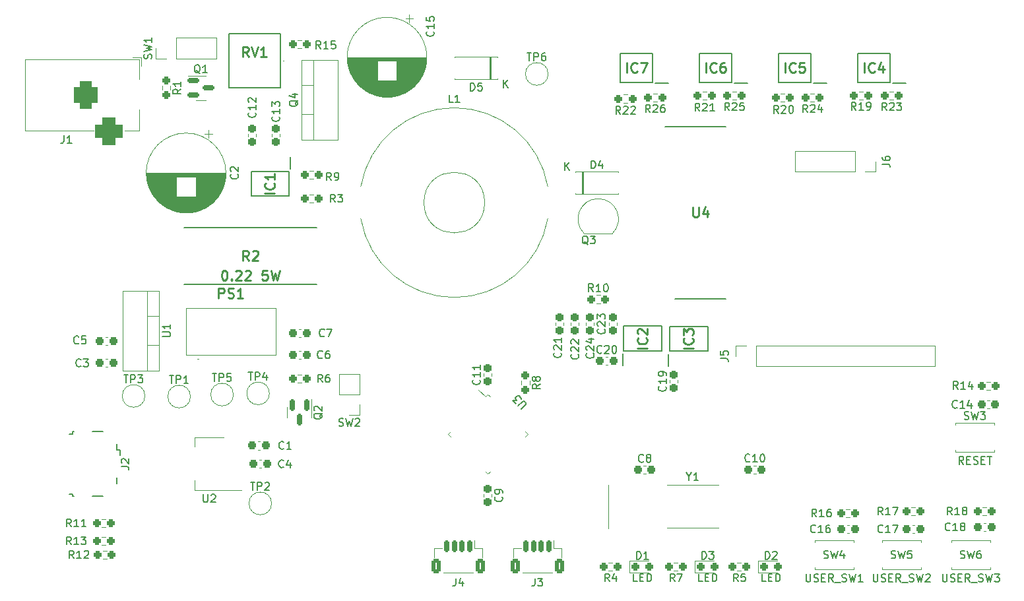
<source format=gto>
G04 #@! TF.GenerationSoftware,KiCad,Pcbnew,(6.0.9)*
G04 #@! TF.CreationDate,2022-12-15T14:24:50+09:00*
G04 #@! TF.ProjectId,nixie9v,6e697869-6539-4762-9e6b-696361645f70,rev?*
G04 #@! TF.SameCoordinates,Original*
G04 #@! TF.FileFunction,Legend,Top*
G04 #@! TF.FilePolarity,Positive*
%FSLAX46Y46*%
G04 Gerber Fmt 4.6, Leading zero omitted, Abs format (unit mm)*
G04 Created by KiCad (PCBNEW (6.0.9)) date 2022-12-15 14:24:50*
%MOMM*%
%LPD*%
G01*
G04 APERTURE LIST*
G04 Aperture macros list*
%AMRoundRect*
0 Rectangle with rounded corners*
0 $1 Rounding radius*
0 $2 $3 $4 $5 $6 $7 $8 $9 X,Y pos of 4 corners*
0 Add a 4 corners polygon primitive as box body*
4,1,4,$2,$3,$4,$5,$6,$7,$8,$9,$2,$3,0*
0 Add four circle primitives for the rounded corners*
1,1,$1+$1,$2,$3*
1,1,$1+$1,$4,$5*
1,1,$1+$1,$6,$7*
1,1,$1+$1,$8,$9*
0 Add four rect primitives between the rounded corners*
20,1,$1+$1,$2,$3,$4,$5,0*
20,1,$1+$1,$4,$5,$6,$7,0*
20,1,$1+$1,$6,$7,$8,$9,0*
20,1,$1+$1,$8,$9,$2,$3,0*%
G04 Aperture macros list end*
%ADD10C,0.150000*%
%ADD11C,0.254000*%
%ADD12C,0.120000*%
%ADD13C,0.200000*%
%ADD14C,0.100000*%
%ADD15RoundRect,0.237500X0.250000X0.237500X-0.250000X0.237500X-0.250000X-0.237500X0.250000X-0.237500X0*%
%ADD16RoundRect,0.150000X0.150000X0.625000X-0.150000X0.625000X-0.150000X-0.625000X0.150000X-0.625000X0*%
%ADD17RoundRect,0.250000X0.350000X0.650000X-0.350000X0.650000X-0.350000X-0.650000X0.350000X-0.650000X0*%
%ADD18RoundRect,0.237500X-0.300000X-0.237500X0.300000X-0.237500X0.300000X0.237500X-0.300000X0.237500X0*%
%ADD19R,1.450000X1.000000*%
%ADD20RoundRect,0.237500X-0.250000X-0.237500X0.250000X-0.237500X0.250000X0.237500X-0.250000X0.237500X0*%
%ADD21RoundRect,0.237500X-0.237500X0.250000X-0.237500X-0.250000X0.237500X-0.250000X0.237500X0.250000X0*%
%ADD22RoundRect,0.237500X0.300000X0.237500X-0.300000X0.237500X-0.300000X-0.237500X0.300000X-0.237500X0*%
%ADD23RoundRect,0.075000X-0.521491X0.415425X0.415425X-0.521491X0.521491X-0.415425X-0.415425X0.521491X0*%
%ADD24RoundRect,0.075000X-0.521491X-0.415425X-0.415425X-0.521491X0.521491X0.415425X0.415425X0.521491X0*%
%ADD25RoundRect,0.237500X0.237500X-0.300000X0.237500X0.300000X-0.237500X0.300000X-0.237500X-0.300000X0*%
%ADD26R,0.650000X1.525000*%
%ADD27R,1.700000X1.700000*%
%ADD28O,1.700000X1.700000*%
%ADD29R,1.650000X0.700000*%
%ADD30RoundRect,0.150000X-0.587500X-0.150000X0.587500X-0.150000X0.587500X0.150000X-0.587500X0.150000X0*%
%ADD31RoundRect,0.237500X-0.287500X-0.237500X0.287500X-0.237500X0.287500X0.237500X-0.287500X0.237500X0*%
%ADD32RoundRect,0.150000X-0.150000X0.587500X-0.150000X-0.587500X0.150000X-0.587500X0.150000X0.587500X0*%
%ADD33R,2.000000X1.905000*%
%ADD34O,2.000000X1.905000*%
%ADD35R,2.000000X2.000000*%
%ADD36C,2.000000*%
%ADD37C,2.500000*%
%ADD38R,1.300000X1.300000*%
%ADD39C,1.300000*%
%ADD40R,3.450000X1.900000*%
%ADD41RoundRect,0.237500X-0.237500X0.300000X-0.237500X-0.300000X0.237500X-0.300000X0.237500X0.300000X0*%
%ADD42C,0.800000*%
%ADD43R,1.300000X0.450000*%
%ADD44C,1.800000*%
%ADD45C,1.120000*%
%ADD46R,2.200000X2.200000*%
%ADD47O,2.200000X2.200000*%
%ADD48R,0.700000X1.525000*%
%ADD49R,2.000000X1.500000*%
%ADD50R,2.000000X3.800000*%
%ADD51C,1.725000*%
%ADD52C,3.600000*%
%ADD53R,7.175000X5.600000*%
%ADD54R,3.500000X3.500000*%
%ADD55RoundRect,0.750000X-0.750000X-1.000000X0.750000X-1.000000X0.750000X1.000000X-0.750000X1.000000X0*%
%ADD56RoundRect,0.875000X-0.875000X-0.875000X0.875000X-0.875000X0.875000X0.875000X-0.875000X0.875000X0*%
%ADD57R,1.133000X1.133000*%
%ADD58C,1.133000*%
G04 APERTURE END LIST*
D10*
X26880142Y-95952380D02*
X26546809Y-95476190D01*
X26308714Y-95952380D02*
X26308714Y-94952380D01*
X26689666Y-94952380D01*
X26784904Y-95000000D01*
X26832523Y-95047619D01*
X26880142Y-95142857D01*
X26880142Y-95285714D01*
X26832523Y-95380952D01*
X26784904Y-95428571D01*
X26689666Y-95476190D01*
X26308714Y-95476190D01*
X27832523Y-95952380D02*
X27261095Y-95952380D01*
X27546809Y-95952380D02*
X27546809Y-94952380D01*
X27451571Y-95095238D01*
X27356333Y-95190476D01*
X27261095Y-95238095D01*
X28213476Y-95047619D02*
X28261095Y-95000000D01*
X28356333Y-94952380D01*
X28594428Y-94952380D01*
X28689666Y-95000000D01*
X28737285Y-95047619D01*
X28784904Y-95142857D01*
X28784904Y-95238095D01*
X28737285Y-95380952D01*
X28165857Y-95952380D01*
X28784904Y-95952380D01*
X86026666Y-98510380D02*
X86026666Y-99224666D01*
X85979047Y-99367523D01*
X85883809Y-99462761D01*
X85740952Y-99510380D01*
X85645714Y-99510380D01*
X86407619Y-98510380D02*
X87026666Y-98510380D01*
X86693333Y-98891333D01*
X86836190Y-98891333D01*
X86931428Y-98938952D01*
X86979047Y-98986571D01*
X87026666Y-99081809D01*
X87026666Y-99319904D01*
X86979047Y-99415142D01*
X86931428Y-99462761D01*
X86836190Y-99510380D01*
X86550476Y-99510380D01*
X86455238Y-99462761D01*
X86407619Y-99415142D01*
X99960133Y-83509142D02*
X99912514Y-83556761D01*
X99769657Y-83604380D01*
X99674419Y-83604380D01*
X99531561Y-83556761D01*
X99436323Y-83461523D01*
X99388704Y-83366285D01*
X99341085Y-83175809D01*
X99341085Y-83032952D01*
X99388704Y-82842476D01*
X99436323Y-82747238D01*
X99531561Y-82652000D01*
X99674419Y-82604380D01*
X99769657Y-82604380D01*
X99912514Y-82652000D01*
X99960133Y-82699619D01*
X100531561Y-83032952D02*
X100436323Y-82985333D01*
X100388704Y-82937714D01*
X100341085Y-82842476D01*
X100341085Y-82794857D01*
X100388704Y-82699619D01*
X100436323Y-82652000D01*
X100531561Y-82604380D01*
X100722038Y-82604380D01*
X100817276Y-82652000D01*
X100864895Y-82699619D01*
X100912514Y-82794857D01*
X100912514Y-82842476D01*
X100864895Y-82937714D01*
X100817276Y-82985333D01*
X100722038Y-83032952D01*
X100531561Y-83032952D01*
X100436323Y-83080571D01*
X100388704Y-83128190D01*
X100341085Y-83223428D01*
X100341085Y-83413904D01*
X100388704Y-83509142D01*
X100436323Y-83556761D01*
X100531561Y-83604380D01*
X100722038Y-83604380D01*
X100817276Y-83556761D01*
X100864895Y-83509142D01*
X100912514Y-83413904D01*
X100912514Y-83223428D01*
X100864895Y-83128190D01*
X100817276Y-83080571D01*
X100722038Y-83032952D01*
X140652666Y-95908761D02*
X140795523Y-95956380D01*
X141033619Y-95956380D01*
X141128857Y-95908761D01*
X141176476Y-95861142D01*
X141224095Y-95765904D01*
X141224095Y-95670666D01*
X141176476Y-95575428D01*
X141128857Y-95527809D01*
X141033619Y-95480190D01*
X140843142Y-95432571D01*
X140747904Y-95384952D01*
X140700285Y-95337333D01*
X140652666Y-95242095D01*
X140652666Y-95146857D01*
X140700285Y-95051619D01*
X140747904Y-95004000D01*
X140843142Y-94956380D01*
X141081238Y-94956380D01*
X141224095Y-95004000D01*
X141557428Y-94956380D02*
X141795523Y-95956380D01*
X141986000Y-95242095D01*
X142176476Y-95956380D01*
X142414571Y-94956380D01*
X143224095Y-94956380D02*
X143033619Y-94956380D01*
X142938380Y-95004000D01*
X142890761Y-95051619D01*
X142795523Y-95194476D01*
X142747904Y-95384952D01*
X142747904Y-95765904D01*
X142795523Y-95861142D01*
X142843142Y-95908761D01*
X142938380Y-95956380D01*
X143128857Y-95956380D01*
X143224095Y-95908761D01*
X143271714Y-95861142D01*
X143319333Y-95765904D01*
X143319333Y-95527809D01*
X143271714Y-95432571D01*
X143224095Y-95384952D01*
X143128857Y-95337333D01*
X142938380Y-95337333D01*
X142843142Y-95384952D01*
X142795523Y-95432571D01*
X142747904Y-95527809D01*
X138366952Y-97956380D02*
X138366952Y-98765904D01*
X138414571Y-98861142D01*
X138462190Y-98908761D01*
X138557428Y-98956380D01*
X138747904Y-98956380D01*
X138843142Y-98908761D01*
X138890761Y-98861142D01*
X138938380Y-98765904D01*
X138938380Y-97956380D01*
X139366952Y-98908761D02*
X139509809Y-98956380D01*
X139747904Y-98956380D01*
X139843142Y-98908761D01*
X139890761Y-98861142D01*
X139938380Y-98765904D01*
X139938380Y-98670666D01*
X139890761Y-98575428D01*
X139843142Y-98527809D01*
X139747904Y-98480190D01*
X139557428Y-98432571D01*
X139462190Y-98384952D01*
X139414571Y-98337333D01*
X139366952Y-98242095D01*
X139366952Y-98146857D01*
X139414571Y-98051619D01*
X139462190Y-98004000D01*
X139557428Y-97956380D01*
X139795523Y-97956380D01*
X139938380Y-98004000D01*
X140366952Y-98432571D02*
X140700285Y-98432571D01*
X140843142Y-98956380D02*
X140366952Y-98956380D01*
X140366952Y-97956380D01*
X140843142Y-97956380D01*
X141843142Y-98956380D02*
X141509809Y-98480190D01*
X141271714Y-98956380D02*
X141271714Y-97956380D01*
X141652666Y-97956380D01*
X141747904Y-98004000D01*
X141795523Y-98051619D01*
X141843142Y-98146857D01*
X141843142Y-98289714D01*
X141795523Y-98384952D01*
X141747904Y-98432571D01*
X141652666Y-98480190D01*
X141271714Y-98480190D01*
X142033619Y-99051619D02*
X142795523Y-99051619D01*
X142986000Y-98908761D02*
X143128857Y-98956380D01*
X143366952Y-98956380D01*
X143462190Y-98908761D01*
X143509809Y-98861142D01*
X143557428Y-98765904D01*
X143557428Y-98670666D01*
X143509809Y-98575428D01*
X143462190Y-98527809D01*
X143366952Y-98480190D01*
X143176476Y-98432571D01*
X143081238Y-98384952D01*
X143033619Y-98337333D01*
X142986000Y-98242095D01*
X142986000Y-98146857D01*
X143033619Y-98051619D01*
X143081238Y-98004000D01*
X143176476Y-97956380D01*
X143414571Y-97956380D01*
X143557428Y-98004000D01*
X143890761Y-97956380D02*
X144128857Y-98956380D01*
X144319333Y-98242095D01*
X144509809Y-98956380D01*
X144747904Y-97956380D01*
X145033619Y-97956380D02*
X145652666Y-97956380D01*
X145319333Y-98337333D01*
X145462190Y-98337333D01*
X145557428Y-98384952D01*
X145605047Y-98432571D01*
X145652666Y-98527809D01*
X145652666Y-98765904D01*
X145605047Y-98861142D01*
X145557428Y-98908761D01*
X145462190Y-98956380D01*
X145176476Y-98956380D01*
X145081238Y-98908761D01*
X145033619Y-98861142D01*
X127246142Y-38425380D02*
X126912809Y-37949190D01*
X126674714Y-38425380D02*
X126674714Y-37425380D01*
X127055666Y-37425380D01*
X127150904Y-37473000D01*
X127198523Y-37520619D01*
X127246142Y-37615857D01*
X127246142Y-37758714D01*
X127198523Y-37853952D01*
X127150904Y-37901571D01*
X127055666Y-37949190D01*
X126674714Y-37949190D01*
X128198523Y-38425380D02*
X127627095Y-38425380D01*
X127912809Y-38425380D02*
X127912809Y-37425380D01*
X127817571Y-37568238D01*
X127722333Y-37663476D01*
X127627095Y-37711095D01*
X128674714Y-38425380D02*
X128865190Y-38425380D01*
X128960428Y-38377761D01*
X129008047Y-38330142D01*
X129103285Y-38187285D01*
X129150904Y-37996809D01*
X129150904Y-37615857D01*
X129103285Y-37520619D01*
X129055666Y-37473000D01*
X128960428Y-37425380D01*
X128769952Y-37425380D01*
X128674714Y-37473000D01*
X128627095Y-37520619D01*
X128579476Y-37615857D01*
X128579476Y-37853952D01*
X128627095Y-37949190D01*
X128674714Y-37996809D01*
X128769952Y-38044428D01*
X128960428Y-38044428D01*
X129055666Y-37996809D01*
X129103285Y-37949190D01*
X129150904Y-37853952D01*
X86718380Y-73572666D02*
X86242190Y-73906000D01*
X86718380Y-74144095D02*
X85718380Y-74144095D01*
X85718380Y-73763142D01*
X85766000Y-73667904D01*
X85813619Y-73620285D01*
X85908857Y-73572666D01*
X86051714Y-73572666D01*
X86146952Y-73620285D01*
X86194571Y-73667904D01*
X86242190Y-73763142D01*
X86242190Y-74144095D01*
X86146952Y-73001238D02*
X86099333Y-73096476D01*
X86051714Y-73144095D01*
X85956476Y-73191714D01*
X85908857Y-73191714D01*
X85813619Y-73144095D01*
X85766000Y-73096476D01*
X85718380Y-73001238D01*
X85718380Y-72810761D01*
X85766000Y-72715523D01*
X85813619Y-72667904D01*
X85908857Y-72620285D01*
X85956476Y-72620285D01*
X86051714Y-72667904D01*
X86099333Y-72715523D01*
X86146952Y-72810761D01*
X86146952Y-73001238D01*
X86194571Y-73096476D01*
X86242190Y-73144095D01*
X86337428Y-73191714D01*
X86527904Y-73191714D01*
X86623142Y-73144095D01*
X86670761Y-73096476D01*
X86718380Y-73001238D01*
X86718380Y-72810761D01*
X86670761Y-72715523D01*
X86623142Y-72667904D01*
X86527904Y-72620285D01*
X86337428Y-72620285D01*
X86242190Y-72667904D01*
X86194571Y-72715523D01*
X86146952Y-72810761D01*
X26535142Y-94178380D02*
X26201809Y-93702190D01*
X25963714Y-94178380D02*
X25963714Y-93178380D01*
X26344666Y-93178380D01*
X26439904Y-93226000D01*
X26487523Y-93273619D01*
X26535142Y-93368857D01*
X26535142Y-93511714D01*
X26487523Y-93606952D01*
X26439904Y-93654571D01*
X26344666Y-93702190D01*
X25963714Y-93702190D01*
X27487523Y-94178380D02*
X26916095Y-94178380D01*
X27201809Y-94178380D02*
X27201809Y-93178380D01*
X27106571Y-93321238D01*
X27011333Y-93416476D01*
X26916095Y-93464095D01*
X27820857Y-93178380D02*
X28439904Y-93178380D01*
X28106571Y-93559333D01*
X28249428Y-93559333D01*
X28344666Y-93606952D01*
X28392285Y-93654571D01*
X28439904Y-93749809D01*
X28439904Y-93987904D01*
X28392285Y-94083142D01*
X28344666Y-94130761D01*
X28249428Y-94178380D01*
X27963714Y-94178380D01*
X27868476Y-94130761D01*
X27820857Y-94083142D01*
X26535142Y-91892380D02*
X26201809Y-91416190D01*
X25963714Y-91892380D02*
X25963714Y-90892380D01*
X26344666Y-90892380D01*
X26439904Y-90940000D01*
X26487523Y-90987619D01*
X26535142Y-91082857D01*
X26535142Y-91225714D01*
X26487523Y-91320952D01*
X26439904Y-91368571D01*
X26344666Y-91416190D01*
X25963714Y-91416190D01*
X27487523Y-91892380D02*
X26916095Y-91892380D01*
X27201809Y-91892380D02*
X27201809Y-90892380D01*
X27106571Y-91035238D01*
X27011333Y-91130476D01*
X26916095Y-91178095D01*
X28439904Y-91892380D02*
X27868476Y-91892380D01*
X28154190Y-91892380D02*
X28154190Y-90892380D01*
X28058952Y-91035238D01*
X27963714Y-91130476D01*
X27868476Y-91178095D01*
X27773333Y-71273942D02*
X27725714Y-71321561D01*
X27582857Y-71369180D01*
X27487619Y-71369180D01*
X27344761Y-71321561D01*
X27249523Y-71226323D01*
X27201904Y-71131085D01*
X27154285Y-70940609D01*
X27154285Y-70797752D01*
X27201904Y-70607276D01*
X27249523Y-70512038D01*
X27344761Y-70416800D01*
X27487619Y-70369180D01*
X27582857Y-70369180D01*
X27725714Y-70416800D01*
X27773333Y-70464419D01*
X28106666Y-70369180D02*
X28725714Y-70369180D01*
X28392380Y-70750133D01*
X28535238Y-70750133D01*
X28630476Y-70797752D01*
X28678095Y-70845371D01*
X28725714Y-70940609D01*
X28725714Y-71178704D01*
X28678095Y-71273942D01*
X28630476Y-71321561D01*
X28535238Y-71369180D01*
X28249523Y-71369180D01*
X28154285Y-71321561D01*
X28106666Y-71273942D01*
X53782933Y-84227942D02*
X53735314Y-84275561D01*
X53592457Y-84323180D01*
X53497219Y-84323180D01*
X53354361Y-84275561D01*
X53259123Y-84180323D01*
X53211504Y-84085085D01*
X53163885Y-83894609D01*
X53163885Y-83751752D01*
X53211504Y-83561276D01*
X53259123Y-83466038D01*
X53354361Y-83370800D01*
X53497219Y-83323180D01*
X53592457Y-83323180D01*
X53735314Y-83370800D01*
X53782933Y-83418419D01*
X54640076Y-83656514D02*
X54640076Y-84323180D01*
X54401980Y-83275561D02*
X54163885Y-83989847D01*
X54782933Y-83989847D01*
X59904333Y-47442380D02*
X59571000Y-46966190D01*
X59332904Y-47442380D02*
X59332904Y-46442380D01*
X59713857Y-46442380D01*
X59809095Y-46490000D01*
X59856714Y-46537619D01*
X59904333Y-46632857D01*
X59904333Y-46775714D01*
X59856714Y-46870952D01*
X59809095Y-46918571D01*
X59713857Y-46966190D01*
X59332904Y-46966190D01*
X60380523Y-47442380D02*
X60571000Y-47442380D01*
X60666238Y-47394761D01*
X60713857Y-47347142D01*
X60809095Y-47204285D01*
X60856714Y-47013809D01*
X60856714Y-46632857D01*
X60809095Y-46537619D01*
X60761476Y-46490000D01*
X60666238Y-46442380D01*
X60475761Y-46442380D01*
X60380523Y-46490000D01*
X60332904Y-46537619D01*
X60285285Y-46632857D01*
X60285285Y-46870952D01*
X60332904Y-46966190D01*
X60380523Y-47013809D01*
X60475761Y-47061428D01*
X60666238Y-47061428D01*
X60761476Y-47013809D01*
X60809095Y-46966190D01*
X60856714Y-46870952D01*
X131762666Y-95908761D02*
X131905523Y-95956380D01*
X132143619Y-95956380D01*
X132238857Y-95908761D01*
X132286476Y-95861142D01*
X132334095Y-95765904D01*
X132334095Y-95670666D01*
X132286476Y-95575428D01*
X132238857Y-95527809D01*
X132143619Y-95480190D01*
X131953142Y-95432571D01*
X131857904Y-95384952D01*
X131810285Y-95337333D01*
X131762666Y-95242095D01*
X131762666Y-95146857D01*
X131810285Y-95051619D01*
X131857904Y-95004000D01*
X131953142Y-94956380D01*
X132191238Y-94956380D01*
X132334095Y-95004000D01*
X132667428Y-94956380D02*
X132905523Y-95956380D01*
X133096000Y-95242095D01*
X133286476Y-95956380D01*
X133524571Y-94956380D01*
X134381714Y-94956380D02*
X133905523Y-94956380D01*
X133857904Y-95432571D01*
X133905523Y-95384952D01*
X134000761Y-95337333D01*
X134238857Y-95337333D01*
X134334095Y-95384952D01*
X134381714Y-95432571D01*
X134429333Y-95527809D01*
X134429333Y-95765904D01*
X134381714Y-95861142D01*
X134334095Y-95908761D01*
X134238857Y-95956380D01*
X134000761Y-95956380D01*
X133905523Y-95908761D01*
X133857904Y-95861142D01*
X129476952Y-97956380D02*
X129476952Y-98765904D01*
X129524571Y-98861142D01*
X129572190Y-98908761D01*
X129667428Y-98956380D01*
X129857904Y-98956380D01*
X129953142Y-98908761D01*
X130000761Y-98861142D01*
X130048380Y-98765904D01*
X130048380Y-97956380D01*
X130476952Y-98908761D02*
X130619809Y-98956380D01*
X130857904Y-98956380D01*
X130953142Y-98908761D01*
X131000761Y-98861142D01*
X131048380Y-98765904D01*
X131048380Y-98670666D01*
X131000761Y-98575428D01*
X130953142Y-98527809D01*
X130857904Y-98480190D01*
X130667428Y-98432571D01*
X130572190Y-98384952D01*
X130524571Y-98337333D01*
X130476952Y-98242095D01*
X130476952Y-98146857D01*
X130524571Y-98051619D01*
X130572190Y-98004000D01*
X130667428Y-97956380D01*
X130905523Y-97956380D01*
X131048380Y-98004000D01*
X131476952Y-98432571D02*
X131810285Y-98432571D01*
X131953142Y-98956380D02*
X131476952Y-98956380D01*
X131476952Y-97956380D01*
X131953142Y-97956380D01*
X132953142Y-98956380D02*
X132619809Y-98480190D01*
X132381714Y-98956380D02*
X132381714Y-97956380D01*
X132762666Y-97956380D01*
X132857904Y-98004000D01*
X132905523Y-98051619D01*
X132953142Y-98146857D01*
X132953142Y-98289714D01*
X132905523Y-98384952D01*
X132857904Y-98432571D01*
X132762666Y-98480190D01*
X132381714Y-98480190D01*
X133143619Y-99051619D02*
X133905523Y-99051619D01*
X134096000Y-98908761D02*
X134238857Y-98956380D01*
X134476952Y-98956380D01*
X134572190Y-98908761D01*
X134619809Y-98861142D01*
X134667428Y-98765904D01*
X134667428Y-98670666D01*
X134619809Y-98575428D01*
X134572190Y-98527809D01*
X134476952Y-98480190D01*
X134286476Y-98432571D01*
X134191238Y-98384952D01*
X134143619Y-98337333D01*
X134096000Y-98242095D01*
X134096000Y-98146857D01*
X134143619Y-98051619D01*
X134191238Y-98004000D01*
X134286476Y-97956380D01*
X134524571Y-97956380D01*
X134667428Y-98004000D01*
X135000761Y-97956380D02*
X135238857Y-98956380D01*
X135429333Y-98242095D01*
X135619809Y-98956380D01*
X135857904Y-97956380D01*
X136191238Y-98051619D02*
X136238857Y-98004000D01*
X136334095Y-97956380D01*
X136572190Y-97956380D01*
X136667428Y-98004000D01*
X136715047Y-98051619D01*
X136762666Y-98146857D01*
X136762666Y-98242095D01*
X136715047Y-98384952D01*
X136143619Y-98956380D01*
X136762666Y-98956380D01*
X84288097Y-76789398D02*
X84860517Y-76216978D01*
X84894189Y-76115963D01*
X84894189Y-76048619D01*
X84860517Y-75947604D01*
X84725830Y-75812917D01*
X84624815Y-75779245D01*
X84557471Y-75779245D01*
X84456456Y-75812917D01*
X83884036Y-76385337D01*
X83614662Y-76115963D02*
X83176930Y-75678230D01*
X83682006Y-75644558D01*
X83580991Y-75543543D01*
X83547319Y-75442528D01*
X83547319Y-75375184D01*
X83580991Y-75274169D01*
X83749349Y-75105810D01*
X83850365Y-75072138D01*
X83917708Y-75072138D01*
X84018723Y-75105810D01*
X84220754Y-75307841D01*
X84254426Y-75408856D01*
X84254426Y-75476199D01*
X94964542Y-66505057D02*
X95012161Y-66552676D01*
X95059780Y-66695533D01*
X95059780Y-66790771D01*
X95012161Y-66933628D01*
X94916923Y-67028866D01*
X94821685Y-67076485D01*
X94631209Y-67124104D01*
X94488352Y-67124104D01*
X94297876Y-67076485D01*
X94202638Y-67028866D01*
X94107400Y-66933628D01*
X94059780Y-66790771D01*
X94059780Y-66695533D01*
X94107400Y-66552676D01*
X94155019Y-66505057D01*
X94155019Y-66124104D02*
X94107400Y-66076485D01*
X94059780Y-65981247D01*
X94059780Y-65743152D01*
X94107400Y-65647914D01*
X94155019Y-65600295D01*
X94250257Y-65552676D01*
X94345495Y-65552676D01*
X94488352Y-65600295D01*
X95059780Y-66171723D01*
X95059780Y-65552676D01*
X94059780Y-65219342D02*
X94059780Y-64600295D01*
X94440733Y-64933628D01*
X94440733Y-64790771D01*
X94488352Y-64695533D01*
X94535971Y-64647914D01*
X94631209Y-64600295D01*
X94869304Y-64600295D01*
X94964542Y-64647914D01*
X95012161Y-64695533D01*
X95059780Y-64790771D01*
X95059780Y-65076485D01*
X95012161Y-65171723D01*
X94964542Y-65219342D01*
X78937142Y-73032857D02*
X78984761Y-73080476D01*
X79032380Y-73223333D01*
X79032380Y-73318571D01*
X78984761Y-73461428D01*
X78889523Y-73556666D01*
X78794285Y-73604285D01*
X78603809Y-73651904D01*
X78460952Y-73651904D01*
X78270476Y-73604285D01*
X78175238Y-73556666D01*
X78080000Y-73461428D01*
X78032380Y-73318571D01*
X78032380Y-73223333D01*
X78080000Y-73080476D01*
X78127619Y-73032857D01*
X79032380Y-72080476D02*
X79032380Y-72651904D01*
X79032380Y-72366190D02*
X78032380Y-72366190D01*
X78175238Y-72461428D01*
X78270476Y-72556666D01*
X78318095Y-72651904D01*
X79032380Y-71128095D02*
X79032380Y-71699523D01*
X79032380Y-71413809D02*
X78032380Y-71413809D01*
X78175238Y-71509047D01*
X78270476Y-71604285D01*
X78318095Y-71699523D01*
X93525592Y-61722130D02*
X93192259Y-61245940D01*
X92954164Y-61722130D02*
X92954164Y-60722130D01*
X93335116Y-60722130D01*
X93430354Y-60769750D01*
X93477973Y-60817369D01*
X93525592Y-60912607D01*
X93525592Y-61055464D01*
X93477973Y-61150702D01*
X93430354Y-61198321D01*
X93335116Y-61245940D01*
X92954164Y-61245940D01*
X94477973Y-61722130D02*
X93906545Y-61722130D01*
X94192259Y-61722130D02*
X94192259Y-60722130D01*
X94097021Y-60864988D01*
X94001783Y-60960226D01*
X93906545Y-61007845D01*
X95097021Y-60722130D02*
X95192259Y-60722130D01*
X95287497Y-60769750D01*
X95335116Y-60817369D01*
X95382735Y-60912607D01*
X95430354Y-61103083D01*
X95430354Y-61341178D01*
X95382735Y-61531654D01*
X95335116Y-61626892D01*
X95287497Y-61674511D01*
X95192259Y-61722130D01*
X95097021Y-61722130D01*
X95001783Y-61674511D01*
X94954164Y-61626892D01*
X94906545Y-61531654D01*
X94858926Y-61341178D01*
X94858926Y-61103083D01*
X94906545Y-60912607D01*
X94954164Y-60817369D01*
X95001783Y-60769750D01*
X95097021Y-60722130D01*
D11*
X106349523Y-69014761D02*
X105079523Y-69014761D01*
X106228571Y-67684285D02*
X106289047Y-67744761D01*
X106349523Y-67926190D01*
X106349523Y-68047142D01*
X106289047Y-68228571D01*
X106168095Y-68349523D01*
X106047142Y-68410000D01*
X105805238Y-68470476D01*
X105623809Y-68470476D01*
X105381904Y-68410000D01*
X105260952Y-68349523D01*
X105140000Y-68228571D01*
X105079523Y-68047142D01*
X105079523Y-67926190D01*
X105140000Y-67744761D01*
X105200476Y-67684285D01*
X105079523Y-67260952D02*
X105079523Y-66474761D01*
X105563333Y-66898095D01*
X105563333Y-66716666D01*
X105623809Y-66595714D01*
X105684285Y-66535238D01*
X105805238Y-66474761D01*
X106107619Y-66474761D01*
X106228571Y-66535238D01*
X106289047Y-66595714D01*
X106349523Y-66716666D01*
X106349523Y-67079523D01*
X106289047Y-67200476D01*
X106228571Y-67260952D01*
D10*
X121023142Y-38712380D02*
X120689809Y-38236190D01*
X120451714Y-38712380D02*
X120451714Y-37712380D01*
X120832666Y-37712380D01*
X120927904Y-37760000D01*
X120975523Y-37807619D01*
X121023142Y-37902857D01*
X121023142Y-38045714D01*
X120975523Y-38140952D01*
X120927904Y-38188571D01*
X120832666Y-38236190D01*
X120451714Y-38236190D01*
X121404095Y-37807619D02*
X121451714Y-37760000D01*
X121546952Y-37712380D01*
X121785047Y-37712380D01*
X121880285Y-37760000D01*
X121927904Y-37807619D01*
X121975523Y-37902857D01*
X121975523Y-37998095D01*
X121927904Y-38140952D01*
X121356476Y-38712380D01*
X121975523Y-38712380D01*
X122832666Y-38045714D02*
X122832666Y-38712380D01*
X122594571Y-37664761D02*
X122356476Y-38379047D01*
X122975523Y-38379047D01*
X58761333Y-70207142D02*
X58713714Y-70254761D01*
X58570857Y-70302380D01*
X58475619Y-70302380D01*
X58332761Y-70254761D01*
X58237523Y-70159523D01*
X58189904Y-70064285D01*
X58142285Y-69873809D01*
X58142285Y-69730952D01*
X58189904Y-69540476D01*
X58237523Y-69445238D01*
X58332761Y-69350000D01*
X58475619Y-69302380D01*
X58570857Y-69302380D01*
X58713714Y-69350000D01*
X58761333Y-69397619D01*
X59618476Y-69302380D02*
X59428000Y-69302380D01*
X59332761Y-69350000D01*
X59285142Y-69397619D01*
X59189904Y-69540476D01*
X59142285Y-69730952D01*
X59142285Y-70111904D01*
X59189904Y-70207142D01*
X59237523Y-70254761D01*
X59332761Y-70302380D01*
X59523238Y-70302380D01*
X59618476Y-70254761D01*
X59666095Y-70207142D01*
X59713714Y-70111904D01*
X59713714Y-69873809D01*
X59666095Y-69778571D01*
X59618476Y-69730952D01*
X59523238Y-69683333D01*
X59332761Y-69683333D01*
X59237523Y-69730952D01*
X59189904Y-69778571D01*
X59142285Y-69873809D01*
X58564542Y-30551380D02*
X58231209Y-30075190D01*
X57993114Y-30551380D02*
X57993114Y-29551380D01*
X58374066Y-29551380D01*
X58469304Y-29599000D01*
X58516923Y-29646619D01*
X58564542Y-29741857D01*
X58564542Y-29884714D01*
X58516923Y-29979952D01*
X58469304Y-30027571D01*
X58374066Y-30075190D01*
X57993114Y-30075190D01*
X59516923Y-30551380D02*
X58945495Y-30551380D01*
X59231209Y-30551380D02*
X59231209Y-29551380D01*
X59135971Y-29694238D01*
X59040733Y-29789476D01*
X58945495Y-29837095D01*
X60421685Y-29551380D02*
X59945495Y-29551380D01*
X59897876Y-30027571D01*
X59945495Y-29979952D01*
X60040733Y-29932333D01*
X60278828Y-29932333D01*
X60374066Y-29979952D01*
X60421685Y-30027571D01*
X60469304Y-30122809D01*
X60469304Y-30360904D01*
X60421685Y-30456142D01*
X60374066Y-30503761D01*
X60278828Y-30551380D01*
X60040733Y-30551380D01*
X59945495Y-30503761D01*
X59897876Y-30456142D01*
X109843980Y-70308333D02*
X110558266Y-70308333D01*
X110701123Y-70355952D01*
X110796361Y-70451190D01*
X110843980Y-70594047D01*
X110843980Y-70689285D01*
X109843980Y-69355952D02*
X109843980Y-69832142D01*
X110320171Y-69879761D01*
X110272552Y-69832142D01*
X110224933Y-69736904D01*
X110224933Y-69498809D01*
X110272552Y-69403571D01*
X110320171Y-69355952D01*
X110415409Y-69308333D01*
X110653504Y-69308333D01*
X110748742Y-69355952D01*
X110796361Y-69403571D01*
X110843980Y-69498809D01*
X110843980Y-69736904D01*
X110796361Y-69832142D01*
X110748742Y-69879761D01*
D11*
X128300238Y-33594523D02*
X128300238Y-32324523D01*
X129630714Y-33473571D02*
X129570238Y-33534047D01*
X129388809Y-33594523D01*
X129267857Y-33594523D01*
X129086428Y-33534047D01*
X128965476Y-33413095D01*
X128905000Y-33292142D01*
X128844523Y-33050238D01*
X128844523Y-32868809D01*
X128905000Y-32626904D01*
X128965476Y-32505952D01*
X129086428Y-32385000D01*
X129267857Y-32324523D01*
X129388809Y-32324523D01*
X129570238Y-32385000D01*
X129630714Y-32445476D01*
X130719285Y-32747857D02*
X130719285Y-33594523D01*
X130416904Y-32264047D02*
X130114523Y-33171190D01*
X130900714Y-33171190D01*
D10*
X40617380Y-35726666D02*
X40141190Y-36060000D01*
X40617380Y-36298095D02*
X39617380Y-36298095D01*
X39617380Y-35917142D01*
X39665000Y-35821904D01*
X39712619Y-35774285D01*
X39807857Y-35726666D01*
X39950714Y-35726666D01*
X40045952Y-35774285D01*
X40093571Y-35821904D01*
X40141190Y-35917142D01*
X40141190Y-36298095D01*
X40617380Y-34774285D02*
X40617380Y-35345714D01*
X40617380Y-35060000D02*
X39617380Y-35060000D01*
X39760238Y-35155238D01*
X39855476Y-35250476D01*
X39903095Y-35345714D01*
X53808333Y-81840342D02*
X53760714Y-81887961D01*
X53617857Y-81935580D01*
X53522619Y-81935580D01*
X53379761Y-81887961D01*
X53284523Y-81792723D01*
X53236904Y-81697485D01*
X53189285Y-81507009D01*
X53189285Y-81364152D01*
X53236904Y-81173676D01*
X53284523Y-81078438D01*
X53379761Y-80983200D01*
X53522619Y-80935580D01*
X53617857Y-80935580D01*
X53760714Y-80983200D01*
X53808333Y-81030819D01*
X54760714Y-81935580D02*
X54189285Y-81935580D01*
X54475000Y-81935580D02*
X54475000Y-80935580D01*
X54379761Y-81078438D01*
X54284523Y-81173676D01*
X54189285Y-81221295D01*
X43084761Y-33707619D02*
X42989523Y-33660000D01*
X42894285Y-33564761D01*
X42751428Y-33421904D01*
X42656190Y-33374285D01*
X42560952Y-33374285D01*
X42608571Y-33612380D02*
X42513333Y-33564761D01*
X42418095Y-33469523D01*
X42370476Y-33279047D01*
X42370476Y-32945714D01*
X42418095Y-32755238D01*
X42513333Y-32660000D01*
X42608571Y-32612380D01*
X42799047Y-32612380D01*
X42894285Y-32660000D01*
X42989523Y-32755238D01*
X43037142Y-32945714D01*
X43037142Y-33279047D01*
X42989523Y-33469523D01*
X42894285Y-33564761D01*
X42799047Y-33612380D01*
X42608571Y-33612380D01*
X43989523Y-33612380D02*
X43418095Y-33612380D01*
X43703809Y-33612380D02*
X43703809Y-32612380D01*
X43608571Y-32755238D01*
X43513333Y-32850476D01*
X43418095Y-32898095D01*
X130675142Y-92559142D02*
X130627523Y-92606761D01*
X130484666Y-92654380D01*
X130389428Y-92654380D01*
X130246571Y-92606761D01*
X130151333Y-92511523D01*
X130103714Y-92416285D01*
X130056095Y-92225809D01*
X130056095Y-92082952D01*
X130103714Y-91892476D01*
X130151333Y-91797238D01*
X130246571Y-91702000D01*
X130389428Y-91654380D01*
X130484666Y-91654380D01*
X130627523Y-91702000D01*
X130675142Y-91749619D01*
X131627523Y-92654380D02*
X131056095Y-92654380D01*
X131341809Y-92654380D02*
X131341809Y-91654380D01*
X131246571Y-91797238D01*
X131151333Y-91892476D01*
X131056095Y-91940095D01*
X131960857Y-91654380D02*
X132627523Y-91654380D01*
X132198952Y-92654380D01*
X50141142Y-38742857D02*
X50188761Y-38790476D01*
X50236380Y-38933333D01*
X50236380Y-39028571D01*
X50188761Y-39171428D01*
X50093523Y-39266666D01*
X49998285Y-39314285D01*
X49807809Y-39361904D01*
X49664952Y-39361904D01*
X49474476Y-39314285D01*
X49379238Y-39266666D01*
X49284000Y-39171428D01*
X49236380Y-39028571D01*
X49236380Y-38933333D01*
X49284000Y-38790476D01*
X49331619Y-38742857D01*
X50236380Y-37790476D02*
X50236380Y-38361904D01*
X50236380Y-38076190D02*
X49236380Y-38076190D01*
X49379238Y-38171428D01*
X49474476Y-38266666D01*
X49522095Y-38361904D01*
X49331619Y-37409523D02*
X49284000Y-37361904D01*
X49236380Y-37266666D01*
X49236380Y-37028571D01*
X49284000Y-36933333D01*
X49331619Y-36885714D01*
X49426857Y-36838095D01*
X49522095Y-36838095D01*
X49664952Y-36885714D01*
X50236380Y-37457142D01*
X50236380Y-36838095D01*
X115593904Y-96050380D02*
X115593904Y-95050380D01*
X115832000Y-95050380D01*
X115974857Y-95098000D01*
X116070095Y-95193238D01*
X116117714Y-95288476D01*
X116165333Y-95478952D01*
X116165333Y-95621809D01*
X116117714Y-95812285D01*
X116070095Y-95907523D01*
X115974857Y-96002761D01*
X115832000Y-96050380D01*
X115593904Y-96050380D01*
X116546285Y-95145619D02*
X116593904Y-95098000D01*
X116689142Y-95050380D01*
X116927238Y-95050380D01*
X117022476Y-95098000D01*
X117070095Y-95145619D01*
X117117714Y-95240857D01*
X117117714Y-95336095D01*
X117070095Y-95478952D01*
X116498666Y-96050380D01*
X117117714Y-96050380D01*
X115689142Y-98910380D02*
X115212952Y-98910380D01*
X115212952Y-97910380D01*
X116022476Y-98386571D02*
X116355809Y-98386571D01*
X116498666Y-98910380D02*
X116022476Y-98910380D01*
X116022476Y-97910380D01*
X116498666Y-97910380D01*
X116927238Y-98910380D02*
X116927238Y-97910380D01*
X117165333Y-97910380D01*
X117308190Y-97958000D01*
X117403428Y-98053238D01*
X117451047Y-98148476D01*
X117498666Y-98338952D01*
X117498666Y-98481809D01*
X117451047Y-98672285D01*
X117403428Y-98767523D01*
X117308190Y-98862761D01*
X117165333Y-98910380D01*
X116927238Y-98910380D01*
X58776819Y-77311238D02*
X58729200Y-77406476D01*
X58633961Y-77501714D01*
X58491104Y-77644571D01*
X58443485Y-77739809D01*
X58443485Y-77835047D01*
X58681580Y-77787428D02*
X58633961Y-77882666D01*
X58538723Y-77977904D01*
X58348247Y-78025523D01*
X58014914Y-78025523D01*
X57824438Y-77977904D01*
X57729200Y-77882666D01*
X57681580Y-77787428D01*
X57681580Y-77596952D01*
X57729200Y-77501714D01*
X57824438Y-77406476D01*
X58014914Y-77358857D01*
X58348247Y-77358857D01*
X58538723Y-77406476D01*
X58633961Y-77501714D01*
X58681580Y-77596952D01*
X58681580Y-77787428D01*
X57776819Y-76977904D02*
X57729200Y-76930285D01*
X57681580Y-76835047D01*
X57681580Y-76596952D01*
X57729200Y-76501714D01*
X57776819Y-76454095D01*
X57872057Y-76406476D01*
X57967295Y-76406476D01*
X58110152Y-76454095D01*
X58681580Y-77025523D01*
X58681580Y-76406476D01*
X55642619Y-37179238D02*
X55595000Y-37274476D01*
X55499761Y-37369714D01*
X55356904Y-37512571D01*
X55309285Y-37607809D01*
X55309285Y-37703047D01*
X55547380Y-37655428D02*
X55499761Y-37750666D01*
X55404523Y-37845904D01*
X55214047Y-37893523D01*
X54880714Y-37893523D01*
X54690238Y-37845904D01*
X54595000Y-37750666D01*
X54547380Y-37655428D01*
X54547380Y-37464952D01*
X54595000Y-37369714D01*
X54690238Y-37274476D01*
X54880714Y-37226857D01*
X55214047Y-37226857D01*
X55404523Y-37274476D01*
X55499761Y-37369714D01*
X55547380Y-37464952D01*
X55547380Y-37655428D01*
X54880714Y-36369714D02*
X55547380Y-36369714D01*
X54499761Y-36607809D02*
X55214047Y-36845904D01*
X55214047Y-36226857D01*
X112101333Y-98910380D02*
X111768000Y-98434190D01*
X111529904Y-98910380D02*
X111529904Y-97910380D01*
X111910857Y-97910380D01*
X112006095Y-97958000D01*
X112053714Y-98005619D01*
X112101333Y-98100857D01*
X112101333Y-98243714D01*
X112053714Y-98338952D01*
X112006095Y-98386571D01*
X111910857Y-98434190D01*
X111529904Y-98434190D01*
X113006095Y-97910380D02*
X112529904Y-97910380D01*
X112482285Y-98386571D01*
X112529904Y-98338952D01*
X112625142Y-98291333D01*
X112863238Y-98291333D01*
X112958476Y-98338952D01*
X113006095Y-98386571D01*
X113053714Y-98481809D01*
X113053714Y-98719904D01*
X113006095Y-98815142D01*
X112958476Y-98862761D01*
X112863238Y-98910380D01*
X112625142Y-98910380D01*
X112529904Y-98862761D01*
X112482285Y-98815142D01*
X47882142Y-46653989D02*
X47929761Y-46701608D01*
X47977380Y-46844465D01*
X47977380Y-46939703D01*
X47929761Y-47082561D01*
X47834523Y-47177799D01*
X47739285Y-47225418D01*
X47548809Y-47273037D01*
X47405952Y-47273037D01*
X47215476Y-47225418D01*
X47120238Y-47177799D01*
X47025000Y-47082561D01*
X46977380Y-46939703D01*
X46977380Y-46844465D01*
X47025000Y-46701608D01*
X47072619Y-46653989D01*
X47072619Y-46273037D02*
X47025000Y-46225418D01*
X46977380Y-46130180D01*
X46977380Y-45892084D01*
X47025000Y-45796846D01*
X47072619Y-45749227D01*
X47167857Y-45701608D01*
X47263095Y-45701608D01*
X47405952Y-45749227D01*
X47977380Y-46320656D01*
X47977380Y-45701608D01*
X44635895Y-72234380D02*
X45207323Y-72234380D01*
X44921609Y-73234380D02*
X44921609Y-72234380D01*
X45540657Y-73234380D02*
X45540657Y-72234380D01*
X45921609Y-72234380D01*
X46016847Y-72282000D01*
X46064466Y-72329619D01*
X46112085Y-72424857D01*
X46112085Y-72567714D01*
X46064466Y-72662952D01*
X46016847Y-72710571D01*
X45921609Y-72758190D01*
X45540657Y-72758190D01*
X47016847Y-72234380D02*
X46540657Y-72234380D01*
X46493038Y-72710571D01*
X46540657Y-72662952D01*
X46635895Y-72615333D01*
X46873990Y-72615333D01*
X46969228Y-72662952D01*
X47016847Y-72710571D01*
X47064466Y-72805809D01*
X47064466Y-73043904D01*
X47016847Y-73139142D01*
X46969228Y-73186761D01*
X46873990Y-73234380D01*
X46635895Y-73234380D01*
X46540657Y-73186761D01*
X46493038Y-73139142D01*
X33282095Y-72412180D02*
X33853523Y-72412180D01*
X33567809Y-73412180D02*
X33567809Y-72412180D01*
X34186857Y-73412180D02*
X34186857Y-72412180D01*
X34567809Y-72412180D01*
X34663047Y-72459800D01*
X34710666Y-72507419D01*
X34758285Y-72602657D01*
X34758285Y-72745514D01*
X34710666Y-72840752D01*
X34663047Y-72888371D01*
X34567809Y-72935990D01*
X34186857Y-72935990D01*
X35091619Y-72412180D02*
X35710666Y-72412180D01*
X35377333Y-72793133D01*
X35520190Y-72793133D01*
X35615428Y-72840752D01*
X35663047Y-72888371D01*
X35710666Y-72983609D01*
X35710666Y-73221704D01*
X35663047Y-73316942D01*
X35615428Y-73364561D01*
X35520190Y-73412180D01*
X35234476Y-73412180D01*
X35139238Y-73364561D01*
X35091619Y-73316942D01*
X140225542Y-76582542D02*
X140177923Y-76630161D01*
X140035066Y-76677780D01*
X139939828Y-76677780D01*
X139796971Y-76630161D01*
X139701733Y-76534923D01*
X139654114Y-76439685D01*
X139606495Y-76249209D01*
X139606495Y-76106352D01*
X139654114Y-75915876D01*
X139701733Y-75820638D01*
X139796971Y-75725400D01*
X139939828Y-75677780D01*
X140035066Y-75677780D01*
X140177923Y-75725400D01*
X140225542Y-75773019D01*
X141177923Y-76677780D02*
X140606495Y-76677780D01*
X140892209Y-76677780D02*
X140892209Y-75677780D01*
X140796971Y-75820638D01*
X140701733Y-75915876D01*
X140606495Y-75963495D01*
X142035066Y-76011114D02*
X142035066Y-76677780D01*
X141796971Y-75630161D02*
X141558876Y-76344447D01*
X142177923Y-76344447D01*
D11*
X97820238Y-33594523D02*
X97820238Y-32324523D01*
X99150714Y-33473571D02*
X99090238Y-33534047D01*
X98908809Y-33594523D01*
X98787857Y-33594523D01*
X98606428Y-33534047D01*
X98485476Y-33413095D01*
X98425000Y-33292142D01*
X98364523Y-33050238D01*
X98364523Y-32868809D01*
X98425000Y-32626904D01*
X98485476Y-32505952D01*
X98606428Y-32385000D01*
X98787857Y-32324523D01*
X98908809Y-32324523D01*
X99090238Y-32385000D01*
X99150714Y-32445476D01*
X99574047Y-32324523D02*
X100420714Y-32324523D01*
X99876428Y-33594523D01*
D10*
X39124095Y-72488380D02*
X39695523Y-72488380D01*
X39409809Y-73488380D02*
X39409809Y-72488380D01*
X40028857Y-73488380D02*
X40028857Y-72488380D01*
X40409809Y-72488380D01*
X40505047Y-72536000D01*
X40552666Y-72583619D01*
X40600285Y-72678857D01*
X40600285Y-72821714D01*
X40552666Y-72916952D01*
X40505047Y-72964571D01*
X40409809Y-73012190D01*
X40028857Y-73012190D01*
X41552666Y-73488380D02*
X40981238Y-73488380D01*
X41266952Y-73488380D02*
X41266952Y-72488380D01*
X41171714Y-72631238D01*
X41076476Y-72726476D01*
X40981238Y-72774095D01*
X89358742Y-69553057D02*
X89406361Y-69600676D01*
X89453980Y-69743533D01*
X89453980Y-69838771D01*
X89406361Y-69981628D01*
X89311123Y-70076866D01*
X89215885Y-70124485D01*
X89025409Y-70172104D01*
X88882552Y-70172104D01*
X88692076Y-70124485D01*
X88596838Y-70076866D01*
X88501600Y-69981628D01*
X88453980Y-69838771D01*
X88453980Y-69743533D01*
X88501600Y-69600676D01*
X88549219Y-69553057D01*
X88549219Y-69172104D02*
X88501600Y-69124485D01*
X88453980Y-69029247D01*
X88453980Y-68791152D01*
X88501600Y-68695914D01*
X88549219Y-68648295D01*
X88644457Y-68600676D01*
X88739695Y-68600676D01*
X88882552Y-68648295D01*
X89453980Y-69219723D01*
X89453980Y-68600676D01*
X89453980Y-67648295D02*
X89453980Y-68219723D01*
X89453980Y-67934009D02*
X88453980Y-67934009D01*
X88596838Y-68029247D01*
X88692076Y-68124485D01*
X88739695Y-68219723D01*
X139565142Y-90368380D02*
X139231809Y-89892190D01*
X138993714Y-90368380D02*
X138993714Y-89368380D01*
X139374666Y-89368380D01*
X139469904Y-89416000D01*
X139517523Y-89463619D01*
X139565142Y-89558857D01*
X139565142Y-89701714D01*
X139517523Y-89796952D01*
X139469904Y-89844571D01*
X139374666Y-89892190D01*
X138993714Y-89892190D01*
X140517523Y-90368380D02*
X139946095Y-90368380D01*
X140231809Y-90368380D02*
X140231809Y-89368380D01*
X140136571Y-89511238D01*
X140041333Y-89606476D01*
X139946095Y-89654095D01*
X141088952Y-89796952D02*
X140993714Y-89749333D01*
X140946095Y-89701714D01*
X140898476Y-89606476D01*
X140898476Y-89558857D01*
X140946095Y-89463619D01*
X140993714Y-89416000D01*
X141088952Y-89368380D01*
X141279428Y-89368380D01*
X141374666Y-89416000D01*
X141422285Y-89463619D01*
X141469904Y-89558857D01*
X141469904Y-89606476D01*
X141422285Y-89701714D01*
X141374666Y-89749333D01*
X141279428Y-89796952D01*
X141088952Y-89796952D01*
X140993714Y-89844571D01*
X140946095Y-89892190D01*
X140898476Y-89987428D01*
X140898476Y-90177904D01*
X140946095Y-90273142D01*
X140993714Y-90320761D01*
X141088952Y-90368380D01*
X141279428Y-90368380D01*
X141374666Y-90320761D01*
X141422285Y-90273142D01*
X141469904Y-90177904D01*
X141469904Y-89987428D01*
X141422285Y-89892190D01*
X141374666Y-89844571D01*
X141279428Y-89796952D01*
X85021895Y-31086380D02*
X85593323Y-31086380D01*
X85307609Y-32086380D02*
X85307609Y-31086380D01*
X85926657Y-32086380D02*
X85926657Y-31086380D01*
X86307609Y-31086380D01*
X86402847Y-31134000D01*
X86450466Y-31181619D01*
X86498085Y-31276857D01*
X86498085Y-31419714D01*
X86450466Y-31514952D01*
X86402847Y-31562571D01*
X86307609Y-31610190D01*
X85926657Y-31610190D01*
X87355228Y-31086380D02*
X87164752Y-31086380D01*
X87069514Y-31134000D01*
X87021895Y-31181619D01*
X86926657Y-31324476D01*
X86879038Y-31514952D01*
X86879038Y-31895904D01*
X86926657Y-31991142D01*
X86974276Y-32038761D01*
X87069514Y-32086380D01*
X87259990Y-32086380D01*
X87355228Y-32038761D01*
X87402847Y-31991142D01*
X87450466Y-31895904D01*
X87450466Y-31657809D01*
X87402847Y-31562571D01*
X87355228Y-31514952D01*
X87259990Y-31467333D01*
X87069514Y-31467333D01*
X86974276Y-31514952D01*
X86926657Y-31562571D01*
X86879038Y-31657809D01*
X139311142Y-92305142D02*
X139263523Y-92352761D01*
X139120666Y-92400380D01*
X139025428Y-92400380D01*
X138882571Y-92352761D01*
X138787333Y-92257523D01*
X138739714Y-92162285D01*
X138692095Y-91971809D01*
X138692095Y-91828952D01*
X138739714Y-91638476D01*
X138787333Y-91543238D01*
X138882571Y-91448000D01*
X139025428Y-91400380D01*
X139120666Y-91400380D01*
X139263523Y-91448000D01*
X139311142Y-91495619D01*
X140263523Y-92400380D02*
X139692095Y-92400380D01*
X139977809Y-92400380D02*
X139977809Y-91400380D01*
X139882571Y-91543238D01*
X139787333Y-91638476D01*
X139692095Y-91686095D01*
X140834952Y-91828952D02*
X140739714Y-91781333D01*
X140692095Y-91733714D01*
X140644476Y-91638476D01*
X140644476Y-91590857D01*
X140692095Y-91495619D01*
X140739714Y-91448000D01*
X140834952Y-91400380D01*
X141025428Y-91400380D01*
X141120666Y-91448000D01*
X141168285Y-91495619D01*
X141215904Y-91590857D01*
X141215904Y-91638476D01*
X141168285Y-91733714D01*
X141120666Y-91781333D01*
X141025428Y-91828952D01*
X140834952Y-91828952D01*
X140739714Y-91876571D01*
X140692095Y-91924190D01*
X140644476Y-92019428D01*
X140644476Y-92209904D01*
X140692095Y-92305142D01*
X140739714Y-92352761D01*
X140834952Y-92400380D01*
X141025428Y-92400380D01*
X141120666Y-92352761D01*
X141168285Y-92305142D01*
X141215904Y-92209904D01*
X141215904Y-92019428D01*
X141168285Y-91924190D01*
X141120666Y-91876571D01*
X141025428Y-91828952D01*
X49258695Y-72081980D02*
X49830123Y-72081980D01*
X49544409Y-73081980D02*
X49544409Y-72081980D01*
X50163457Y-73081980D02*
X50163457Y-72081980D01*
X50544409Y-72081980D01*
X50639647Y-72129600D01*
X50687266Y-72177219D01*
X50734885Y-72272457D01*
X50734885Y-72415314D01*
X50687266Y-72510552D01*
X50639647Y-72558171D01*
X50544409Y-72605790D01*
X50163457Y-72605790D01*
X51592028Y-72415314D02*
X51592028Y-73081980D01*
X51353933Y-72034361D02*
X51115838Y-72748647D01*
X51734885Y-72748647D01*
X92868761Y-55665619D02*
X92773523Y-55618000D01*
X92678285Y-55522761D01*
X92535428Y-55379904D01*
X92440190Y-55332285D01*
X92344952Y-55332285D01*
X92392571Y-55570380D02*
X92297333Y-55522761D01*
X92202095Y-55427523D01*
X92154476Y-55237047D01*
X92154476Y-54903714D01*
X92202095Y-54713238D01*
X92297333Y-54618000D01*
X92392571Y-54570380D01*
X92583047Y-54570380D01*
X92678285Y-54618000D01*
X92773523Y-54713238D01*
X92821142Y-54903714D01*
X92821142Y-55237047D01*
X92773523Y-55427523D01*
X92678285Y-55522761D01*
X92583047Y-55570380D01*
X92392571Y-55570380D01*
X93154476Y-54570380D02*
X93773523Y-54570380D01*
X93440190Y-54951333D01*
X93583047Y-54951333D01*
X93678285Y-54998952D01*
X93725904Y-55046571D01*
X93773523Y-55141809D01*
X93773523Y-55379904D01*
X93725904Y-55475142D01*
X93678285Y-55522761D01*
X93583047Y-55570380D01*
X93297333Y-55570380D01*
X93202095Y-55522761D01*
X93154476Y-55475142D01*
X131183142Y-38458380D02*
X130849809Y-37982190D01*
X130611714Y-38458380D02*
X130611714Y-37458380D01*
X130992666Y-37458380D01*
X131087904Y-37506000D01*
X131135523Y-37553619D01*
X131183142Y-37648857D01*
X131183142Y-37791714D01*
X131135523Y-37886952D01*
X131087904Y-37934571D01*
X130992666Y-37982190D01*
X130611714Y-37982190D01*
X131564095Y-37553619D02*
X131611714Y-37506000D01*
X131706952Y-37458380D01*
X131945047Y-37458380D01*
X132040285Y-37506000D01*
X132087904Y-37553619D01*
X132135523Y-37648857D01*
X132135523Y-37744095D01*
X132087904Y-37886952D01*
X131516476Y-38458380D01*
X132135523Y-38458380D01*
X132468857Y-37458380D02*
X133087904Y-37458380D01*
X132754571Y-37839333D01*
X132897428Y-37839333D01*
X132992666Y-37886952D01*
X133040285Y-37934571D01*
X133087904Y-38029809D01*
X133087904Y-38267904D01*
X133040285Y-38363142D01*
X132992666Y-38410761D01*
X132897428Y-38458380D01*
X132611714Y-38458380D01*
X132516476Y-38410761D01*
X132468857Y-38363142D01*
X93524342Y-69629257D02*
X93571961Y-69676876D01*
X93619580Y-69819733D01*
X93619580Y-69914971D01*
X93571961Y-70057828D01*
X93476723Y-70153066D01*
X93381485Y-70200685D01*
X93191009Y-70248304D01*
X93048152Y-70248304D01*
X92857676Y-70200685D01*
X92762438Y-70153066D01*
X92667200Y-70057828D01*
X92619580Y-69914971D01*
X92619580Y-69819733D01*
X92667200Y-69676876D01*
X92714819Y-69629257D01*
X92714819Y-69248304D02*
X92667200Y-69200685D01*
X92619580Y-69105447D01*
X92619580Y-68867352D01*
X92667200Y-68772114D01*
X92714819Y-68724495D01*
X92810057Y-68676876D01*
X92905295Y-68676876D01*
X93048152Y-68724495D01*
X93619580Y-69295923D01*
X93619580Y-68676876D01*
X92952914Y-67819733D02*
X93619580Y-67819733D01*
X92571961Y-68057828D02*
X93286247Y-68295923D01*
X93286247Y-67676876D01*
X95591333Y-98910380D02*
X95258000Y-98434190D01*
X95019904Y-98910380D02*
X95019904Y-97910380D01*
X95400857Y-97910380D01*
X95496095Y-97958000D01*
X95543714Y-98005619D01*
X95591333Y-98100857D01*
X95591333Y-98243714D01*
X95543714Y-98338952D01*
X95496095Y-98386571D01*
X95400857Y-98434190D01*
X95019904Y-98434190D01*
X96448476Y-98243714D02*
X96448476Y-98910380D01*
X96210380Y-97862761D02*
X95972285Y-98577047D01*
X96591333Y-98577047D01*
X60896666Y-78939761D02*
X61039523Y-78987380D01*
X61277619Y-78987380D01*
X61372857Y-78939761D01*
X61420476Y-78892142D01*
X61468095Y-78796904D01*
X61468095Y-78701666D01*
X61420476Y-78606428D01*
X61372857Y-78558809D01*
X61277619Y-78511190D01*
X61087142Y-78463571D01*
X60991904Y-78415952D01*
X60944285Y-78368333D01*
X60896666Y-78273095D01*
X60896666Y-78177857D01*
X60944285Y-78082619D01*
X60991904Y-78035000D01*
X61087142Y-77987380D01*
X61325238Y-77987380D01*
X61468095Y-78035000D01*
X61801428Y-77987380D02*
X62039523Y-78987380D01*
X62230000Y-78273095D01*
X62420476Y-78987380D01*
X62658571Y-77987380D01*
X62991904Y-78082619D02*
X63039523Y-78035000D01*
X63134761Y-77987380D01*
X63372857Y-77987380D01*
X63468095Y-78035000D01*
X63515714Y-78082619D01*
X63563333Y-78177857D01*
X63563333Y-78273095D01*
X63515714Y-78415952D01*
X62944285Y-78987380D01*
X63563333Y-78987380D01*
X36824761Y-31813333D02*
X36872380Y-31670476D01*
X36872380Y-31432380D01*
X36824761Y-31337142D01*
X36777142Y-31289523D01*
X36681904Y-31241904D01*
X36586666Y-31241904D01*
X36491428Y-31289523D01*
X36443809Y-31337142D01*
X36396190Y-31432380D01*
X36348571Y-31622857D01*
X36300952Y-31718095D01*
X36253333Y-31765714D01*
X36158095Y-31813333D01*
X36062857Y-31813333D01*
X35967619Y-31765714D01*
X35920000Y-31718095D01*
X35872380Y-31622857D01*
X35872380Y-31384761D01*
X35920000Y-31241904D01*
X35872380Y-30908571D02*
X36872380Y-30670476D01*
X36158095Y-30480000D01*
X36872380Y-30289523D01*
X35872380Y-30051428D01*
X36872380Y-29146666D02*
X36872380Y-29718095D01*
X36872380Y-29432380D02*
X35872380Y-29432380D01*
X36015238Y-29527619D01*
X36110476Y-29622857D01*
X36158095Y-29718095D01*
X107465904Y-96050380D02*
X107465904Y-95050380D01*
X107704000Y-95050380D01*
X107846857Y-95098000D01*
X107942095Y-95193238D01*
X107989714Y-95288476D01*
X108037333Y-95478952D01*
X108037333Y-95621809D01*
X107989714Y-95812285D01*
X107942095Y-95907523D01*
X107846857Y-96002761D01*
X107704000Y-96050380D01*
X107465904Y-96050380D01*
X108370666Y-95050380D02*
X108989714Y-95050380D01*
X108656380Y-95431333D01*
X108799238Y-95431333D01*
X108894476Y-95478952D01*
X108942095Y-95526571D01*
X108989714Y-95621809D01*
X108989714Y-95859904D01*
X108942095Y-95955142D01*
X108894476Y-96002761D01*
X108799238Y-96050380D01*
X108513523Y-96050380D01*
X108418285Y-96002761D01*
X108370666Y-95955142D01*
X107561142Y-98910380D02*
X107084952Y-98910380D01*
X107084952Y-97910380D01*
X107894476Y-98386571D02*
X108227809Y-98386571D01*
X108370666Y-98910380D02*
X107894476Y-98910380D01*
X107894476Y-97910380D01*
X108370666Y-97910380D01*
X108799238Y-98910380D02*
X108799238Y-97910380D01*
X109037333Y-97910380D01*
X109180190Y-97958000D01*
X109275428Y-98053238D01*
X109323047Y-98148476D01*
X109370666Y-98338952D01*
X109370666Y-98481809D01*
X109323047Y-98672285D01*
X109275428Y-98767523D01*
X109180190Y-98862761D01*
X109037333Y-98910380D01*
X108799238Y-98910380D01*
X49538095Y-86204380D02*
X50109523Y-86204380D01*
X49823809Y-87204380D02*
X49823809Y-86204380D01*
X50442857Y-87204380D02*
X50442857Y-86204380D01*
X50823809Y-86204380D01*
X50919047Y-86252000D01*
X50966666Y-86299619D01*
X51014285Y-86394857D01*
X51014285Y-86537714D01*
X50966666Y-86632952D01*
X50919047Y-86680571D01*
X50823809Y-86728190D01*
X50442857Y-86728190D01*
X51395238Y-86299619D02*
X51442857Y-86252000D01*
X51538095Y-86204380D01*
X51776190Y-86204380D01*
X51871428Y-86252000D01*
X51919047Y-86299619D01*
X51966666Y-86394857D01*
X51966666Y-86490095D01*
X51919047Y-86632952D01*
X51347619Y-87204380D01*
X51966666Y-87204380D01*
X100830142Y-38712380D02*
X100496809Y-38236190D01*
X100258714Y-38712380D02*
X100258714Y-37712380D01*
X100639666Y-37712380D01*
X100734904Y-37760000D01*
X100782523Y-37807619D01*
X100830142Y-37902857D01*
X100830142Y-38045714D01*
X100782523Y-38140952D01*
X100734904Y-38188571D01*
X100639666Y-38236190D01*
X100258714Y-38236190D01*
X101211095Y-37807619D02*
X101258714Y-37760000D01*
X101353952Y-37712380D01*
X101592047Y-37712380D01*
X101687285Y-37760000D01*
X101734904Y-37807619D01*
X101782523Y-37902857D01*
X101782523Y-37998095D01*
X101734904Y-38140952D01*
X101163476Y-38712380D01*
X101782523Y-38712380D01*
X102639666Y-37712380D02*
X102449190Y-37712380D01*
X102353952Y-37760000D01*
X102306333Y-37807619D01*
X102211095Y-37950476D01*
X102163476Y-38140952D01*
X102163476Y-38521904D01*
X102211095Y-38617142D01*
X102258714Y-38664761D01*
X102353952Y-38712380D01*
X102544428Y-38712380D01*
X102639666Y-38664761D01*
X102687285Y-38617142D01*
X102734904Y-38521904D01*
X102734904Y-38283809D01*
X102687285Y-38188571D01*
X102639666Y-38140952D01*
X102544428Y-38093333D01*
X102353952Y-38093333D01*
X102258714Y-38140952D01*
X102211095Y-38188571D01*
X102163476Y-38283809D01*
D11*
X118140238Y-33594523D02*
X118140238Y-32324523D01*
X119470714Y-33473571D02*
X119410238Y-33534047D01*
X119228809Y-33594523D01*
X119107857Y-33594523D01*
X118926428Y-33534047D01*
X118805476Y-33413095D01*
X118745000Y-33292142D01*
X118684523Y-33050238D01*
X118684523Y-32868809D01*
X118745000Y-32626904D01*
X118805476Y-32505952D01*
X118926428Y-32385000D01*
X119107857Y-32324523D01*
X119228809Y-32324523D01*
X119410238Y-32385000D01*
X119470714Y-32445476D01*
X120619761Y-32324523D02*
X120015000Y-32324523D01*
X119954523Y-32929285D01*
X120015000Y-32868809D01*
X120135952Y-32808333D01*
X120438333Y-32808333D01*
X120559285Y-32868809D01*
X120619761Y-32929285D01*
X120680238Y-33050238D01*
X120680238Y-33352619D01*
X120619761Y-33473571D01*
X120559285Y-33534047D01*
X120438333Y-33594523D01*
X120135952Y-33594523D01*
X120015000Y-33534047D01*
X119954523Y-33473571D01*
D10*
X130609380Y-45333333D02*
X131323666Y-45333333D01*
X131466523Y-45380952D01*
X131561761Y-45476190D01*
X131609380Y-45619047D01*
X131609380Y-45714285D01*
X130609380Y-44428571D02*
X130609380Y-44619047D01*
X130657000Y-44714285D01*
X130704619Y-44761904D01*
X130847476Y-44857142D01*
X131037952Y-44904761D01*
X131418904Y-44904761D01*
X131514142Y-44857142D01*
X131561761Y-44809523D01*
X131609380Y-44714285D01*
X131609380Y-44523809D01*
X131561761Y-44428571D01*
X131514142Y-44380952D01*
X131418904Y-44333333D01*
X131180809Y-44333333D01*
X131085571Y-44380952D01*
X131037952Y-44428571D01*
X130990333Y-44523809D01*
X130990333Y-44714285D01*
X131037952Y-44809523D01*
X131085571Y-44857142D01*
X131180809Y-44904761D01*
X122157142Y-90627380D02*
X121823809Y-90151190D01*
X121585714Y-90627380D02*
X121585714Y-89627380D01*
X121966666Y-89627380D01*
X122061904Y-89675000D01*
X122109523Y-89722619D01*
X122157142Y-89817857D01*
X122157142Y-89960714D01*
X122109523Y-90055952D01*
X122061904Y-90103571D01*
X121966666Y-90151190D01*
X121585714Y-90151190D01*
X123109523Y-90627380D02*
X122538095Y-90627380D01*
X122823809Y-90627380D02*
X122823809Y-89627380D01*
X122728571Y-89770238D01*
X122633333Y-89865476D01*
X122538095Y-89913095D01*
X123966666Y-89627380D02*
X123776190Y-89627380D01*
X123680952Y-89675000D01*
X123633333Y-89722619D01*
X123538095Y-89865476D01*
X123490476Y-90055952D01*
X123490476Y-90436904D01*
X123538095Y-90532142D01*
X123585714Y-90579761D01*
X123680952Y-90627380D01*
X123871428Y-90627380D01*
X123966666Y-90579761D01*
X124014285Y-90532142D01*
X124061904Y-90436904D01*
X124061904Y-90198809D01*
X124014285Y-90103571D01*
X123966666Y-90055952D01*
X123871428Y-90008333D01*
X123680952Y-90008333D01*
X123585714Y-90055952D01*
X123538095Y-90103571D01*
X123490476Y-90198809D01*
X91568542Y-69756257D02*
X91616161Y-69803876D01*
X91663780Y-69946733D01*
X91663780Y-70041971D01*
X91616161Y-70184828D01*
X91520923Y-70280066D01*
X91425685Y-70327685D01*
X91235209Y-70375304D01*
X91092352Y-70375304D01*
X90901876Y-70327685D01*
X90806638Y-70280066D01*
X90711400Y-70184828D01*
X90663780Y-70041971D01*
X90663780Y-69946733D01*
X90711400Y-69803876D01*
X90759019Y-69756257D01*
X90759019Y-69375304D02*
X90711400Y-69327685D01*
X90663780Y-69232447D01*
X90663780Y-68994352D01*
X90711400Y-68899114D01*
X90759019Y-68851495D01*
X90854257Y-68803876D01*
X90949495Y-68803876D01*
X91092352Y-68851495D01*
X91663780Y-69422923D01*
X91663780Y-68803876D01*
X90759019Y-68422923D02*
X90711400Y-68375304D01*
X90663780Y-68280066D01*
X90663780Y-68041971D01*
X90711400Y-67946733D01*
X90759019Y-67899114D01*
X90854257Y-67851495D01*
X90949495Y-67851495D01*
X91092352Y-67899114D01*
X91663780Y-68470542D01*
X91663780Y-67851495D01*
X113607142Y-83477142D02*
X113559523Y-83524761D01*
X113416666Y-83572380D01*
X113321428Y-83572380D01*
X113178571Y-83524761D01*
X113083333Y-83429523D01*
X113035714Y-83334285D01*
X112988095Y-83143809D01*
X112988095Y-83000952D01*
X113035714Y-82810476D01*
X113083333Y-82715238D01*
X113178571Y-82620000D01*
X113321428Y-82572380D01*
X113416666Y-82572380D01*
X113559523Y-82620000D01*
X113607142Y-82667619D01*
X114559523Y-83572380D02*
X113988095Y-83572380D01*
X114273809Y-83572380D02*
X114273809Y-82572380D01*
X114178571Y-82715238D01*
X114083333Y-82810476D01*
X113988095Y-82858095D01*
X115178571Y-82572380D02*
X115273809Y-82572380D01*
X115369047Y-82620000D01*
X115416666Y-82667619D01*
X115464285Y-82762857D01*
X115511904Y-82953333D01*
X115511904Y-83191428D01*
X115464285Y-83381904D01*
X115416666Y-83477142D01*
X115369047Y-83524761D01*
X115273809Y-83572380D01*
X115178571Y-83572380D01*
X115083333Y-83524761D01*
X115035714Y-83477142D01*
X114988095Y-83381904D01*
X114940476Y-83191428D01*
X114940476Y-82953333D01*
X114988095Y-82762857D01*
X115035714Y-82667619D01*
X115083333Y-82620000D01*
X115178571Y-82572380D01*
D11*
X49318333Y-57724523D02*
X48895000Y-57119761D01*
X48592619Y-57724523D02*
X48592619Y-56454523D01*
X49076428Y-56454523D01*
X49197380Y-56515000D01*
X49257857Y-56575476D01*
X49318333Y-56696428D01*
X49318333Y-56877857D01*
X49257857Y-56998809D01*
X49197380Y-57059285D01*
X49076428Y-57119761D01*
X48592619Y-57119761D01*
X49802142Y-56575476D02*
X49862619Y-56515000D01*
X49983571Y-56454523D01*
X50285952Y-56454523D01*
X50406904Y-56515000D01*
X50467380Y-56575476D01*
X50527857Y-56696428D01*
X50527857Y-56817380D01*
X50467380Y-56998809D01*
X49741666Y-57724523D01*
X50527857Y-57724523D01*
X46143333Y-58994523D02*
X46264285Y-58994523D01*
X46385238Y-59055000D01*
X46445714Y-59115476D01*
X46506190Y-59236428D01*
X46566666Y-59478333D01*
X46566666Y-59780714D01*
X46506190Y-60022619D01*
X46445714Y-60143571D01*
X46385238Y-60204047D01*
X46264285Y-60264523D01*
X46143333Y-60264523D01*
X46022380Y-60204047D01*
X45961904Y-60143571D01*
X45901428Y-60022619D01*
X45840952Y-59780714D01*
X45840952Y-59478333D01*
X45901428Y-59236428D01*
X45961904Y-59115476D01*
X46022380Y-59055000D01*
X46143333Y-58994523D01*
X47110952Y-60143571D02*
X47171428Y-60204047D01*
X47110952Y-60264523D01*
X47050476Y-60204047D01*
X47110952Y-60143571D01*
X47110952Y-60264523D01*
X47655238Y-59115476D02*
X47715714Y-59055000D01*
X47836666Y-58994523D01*
X48139047Y-58994523D01*
X48260000Y-59055000D01*
X48320476Y-59115476D01*
X48380952Y-59236428D01*
X48380952Y-59357380D01*
X48320476Y-59538809D01*
X47594761Y-60264523D01*
X48380952Y-60264523D01*
X48864761Y-59115476D02*
X48925238Y-59055000D01*
X49046190Y-58994523D01*
X49348571Y-58994523D01*
X49469523Y-59055000D01*
X49530000Y-59115476D01*
X49590476Y-59236428D01*
X49590476Y-59357380D01*
X49530000Y-59538809D01*
X48804285Y-60264523D01*
X49590476Y-60264523D01*
X51707142Y-58994523D02*
X51102380Y-58994523D01*
X51041904Y-59599285D01*
X51102380Y-59538809D01*
X51223333Y-59478333D01*
X51525714Y-59478333D01*
X51646666Y-59538809D01*
X51707142Y-59599285D01*
X51767619Y-59720238D01*
X51767619Y-60022619D01*
X51707142Y-60143571D01*
X51646666Y-60204047D01*
X51525714Y-60264523D01*
X51223333Y-60264523D01*
X51102380Y-60204047D01*
X51041904Y-60143571D01*
X52190952Y-58994523D02*
X52493333Y-60264523D01*
X52735238Y-59357380D01*
X52977142Y-60264523D01*
X53279523Y-58994523D01*
D10*
X110990142Y-38458380D02*
X110656809Y-37982190D01*
X110418714Y-38458380D02*
X110418714Y-37458380D01*
X110799666Y-37458380D01*
X110894904Y-37506000D01*
X110942523Y-37553619D01*
X110990142Y-37648857D01*
X110990142Y-37791714D01*
X110942523Y-37886952D01*
X110894904Y-37934571D01*
X110799666Y-37982190D01*
X110418714Y-37982190D01*
X111371095Y-37553619D02*
X111418714Y-37506000D01*
X111513952Y-37458380D01*
X111752047Y-37458380D01*
X111847285Y-37506000D01*
X111894904Y-37553619D01*
X111942523Y-37648857D01*
X111942523Y-37744095D01*
X111894904Y-37886952D01*
X111323476Y-38458380D01*
X111942523Y-38458380D01*
X112847285Y-37458380D02*
X112371095Y-37458380D01*
X112323476Y-37934571D01*
X112371095Y-37886952D01*
X112466333Y-37839333D01*
X112704428Y-37839333D01*
X112799666Y-37886952D01*
X112847285Y-37934571D01*
X112894904Y-38029809D01*
X112894904Y-38267904D01*
X112847285Y-38363142D01*
X112799666Y-38410761D01*
X112704428Y-38458380D01*
X112466333Y-38458380D01*
X112371095Y-38410761D01*
X112323476Y-38363142D01*
X38261180Y-67487704D02*
X39070704Y-67487704D01*
X39165942Y-67440085D01*
X39213561Y-67392466D01*
X39261180Y-67297228D01*
X39261180Y-67106752D01*
X39213561Y-67011514D01*
X39165942Y-66963895D01*
X39070704Y-66916276D01*
X38261180Y-66916276D01*
X39261180Y-65916276D02*
X39261180Y-66487704D01*
X39261180Y-66201990D02*
X38261180Y-66201990D01*
X38404038Y-66297228D01*
X38499276Y-66392466D01*
X38546895Y-66487704D01*
X81797142Y-88050666D02*
X81844761Y-88098285D01*
X81892380Y-88241142D01*
X81892380Y-88336380D01*
X81844761Y-88479238D01*
X81749523Y-88574476D01*
X81654285Y-88622095D01*
X81463809Y-88669714D01*
X81320952Y-88669714D01*
X81130476Y-88622095D01*
X81035238Y-88574476D01*
X80940000Y-88479238D01*
X80892380Y-88336380D01*
X80892380Y-88241142D01*
X80940000Y-88098285D01*
X80987619Y-88050666D01*
X81892380Y-87574476D02*
X81892380Y-87384000D01*
X81844761Y-87288761D01*
X81797142Y-87241142D01*
X81654285Y-87145904D01*
X81463809Y-87098285D01*
X81082857Y-87098285D01*
X80987619Y-87145904D01*
X80940000Y-87193523D01*
X80892380Y-87288761D01*
X80892380Y-87479238D01*
X80940000Y-87574476D01*
X80987619Y-87622095D01*
X81082857Y-87669714D01*
X81320952Y-87669714D01*
X81416190Y-87622095D01*
X81463809Y-87574476D01*
X81511428Y-87479238D01*
X81511428Y-87288761D01*
X81463809Y-87193523D01*
X81416190Y-87145904D01*
X81320952Y-87098285D01*
X122039142Y-92559142D02*
X121991523Y-92606761D01*
X121848666Y-92654380D01*
X121753428Y-92654380D01*
X121610571Y-92606761D01*
X121515333Y-92511523D01*
X121467714Y-92416285D01*
X121420095Y-92225809D01*
X121420095Y-92082952D01*
X121467714Y-91892476D01*
X121515333Y-91797238D01*
X121610571Y-91702000D01*
X121753428Y-91654380D01*
X121848666Y-91654380D01*
X121991523Y-91702000D01*
X122039142Y-91749619D01*
X122991523Y-92654380D02*
X122420095Y-92654380D01*
X122705809Y-92654380D02*
X122705809Y-91654380D01*
X122610571Y-91797238D01*
X122515333Y-91892476D01*
X122420095Y-91940095D01*
X123848666Y-91654380D02*
X123658190Y-91654380D01*
X123562952Y-91702000D01*
X123515333Y-91749619D01*
X123420095Y-91892476D01*
X123372476Y-92082952D01*
X123372476Y-92463904D01*
X123420095Y-92559142D01*
X123467714Y-92606761D01*
X123562952Y-92654380D01*
X123753428Y-92654380D01*
X123848666Y-92606761D01*
X123896285Y-92559142D01*
X123943904Y-92463904D01*
X123943904Y-92225809D01*
X123896285Y-92130571D01*
X123848666Y-92082952D01*
X123753428Y-92035333D01*
X123562952Y-92035333D01*
X123467714Y-92082952D01*
X123420095Y-92130571D01*
X123372476Y-92225809D01*
X53189142Y-39250857D02*
X53236761Y-39298476D01*
X53284380Y-39441333D01*
X53284380Y-39536571D01*
X53236761Y-39679428D01*
X53141523Y-39774666D01*
X53046285Y-39822285D01*
X52855809Y-39869904D01*
X52712952Y-39869904D01*
X52522476Y-39822285D01*
X52427238Y-39774666D01*
X52332000Y-39679428D01*
X52284380Y-39536571D01*
X52284380Y-39441333D01*
X52332000Y-39298476D01*
X52379619Y-39250857D01*
X53284380Y-38298476D02*
X53284380Y-38869904D01*
X53284380Y-38584190D02*
X52284380Y-38584190D01*
X52427238Y-38679428D01*
X52522476Y-38774666D01*
X52570095Y-38869904D01*
X52284380Y-37965142D02*
X52284380Y-37346095D01*
X52665333Y-37679428D01*
X52665333Y-37536571D01*
X52712952Y-37441333D01*
X52760571Y-37393714D01*
X52855809Y-37346095D01*
X53093904Y-37346095D01*
X53189142Y-37393714D01*
X53236761Y-37441333D01*
X53284380Y-37536571D01*
X53284380Y-37822285D01*
X53236761Y-37917523D01*
X53189142Y-37965142D01*
X32952380Y-84153333D02*
X33666666Y-84153333D01*
X33809523Y-84200952D01*
X33904761Y-84296190D01*
X33952380Y-84439047D01*
X33952380Y-84534285D01*
X33047619Y-83724761D02*
X33000000Y-83677142D01*
X32952380Y-83581904D01*
X32952380Y-83343809D01*
X33000000Y-83248571D01*
X33047619Y-83200952D01*
X33142857Y-83153333D01*
X33238095Y-83153333D01*
X33380952Y-83200952D01*
X33952380Y-83772380D01*
X33952380Y-83153333D01*
X99083904Y-96050380D02*
X99083904Y-95050380D01*
X99322000Y-95050380D01*
X99464857Y-95098000D01*
X99560095Y-95193238D01*
X99607714Y-95288476D01*
X99655333Y-95478952D01*
X99655333Y-95621809D01*
X99607714Y-95812285D01*
X99560095Y-95907523D01*
X99464857Y-96002761D01*
X99322000Y-96050380D01*
X99083904Y-96050380D01*
X100607714Y-96050380D02*
X100036285Y-96050380D01*
X100322000Y-96050380D02*
X100322000Y-95050380D01*
X100226761Y-95193238D01*
X100131523Y-95288476D01*
X100036285Y-95336095D01*
X99179142Y-98910380D02*
X98702952Y-98910380D01*
X98702952Y-97910380D01*
X99512476Y-98386571D02*
X99845809Y-98386571D01*
X99988666Y-98910380D02*
X99512476Y-98910380D01*
X99512476Y-97910380D01*
X99988666Y-97910380D01*
X100417238Y-98910380D02*
X100417238Y-97910380D01*
X100655333Y-97910380D01*
X100798190Y-97958000D01*
X100893428Y-98053238D01*
X100941047Y-98148476D01*
X100988666Y-98338952D01*
X100988666Y-98481809D01*
X100941047Y-98672285D01*
X100893428Y-98767523D01*
X100798190Y-98862761D01*
X100655333Y-98910380D01*
X100417238Y-98910380D01*
D11*
X49282047Y-31562523D02*
X48858714Y-30957761D01*
X48556333Y-31562523D02*
X48556333Y-30292523D01*
X49040142Y-30292523D01*
X49161095Y-30353000D01*
X49221571Y-30413476D01*
X49282047Y-30534428D01*
X49282047Y-30715857D01*
X49221571Y-30836809D01*
X49161095Y-30897285D01*
X49040142Y-30957761D01*
X48556333Y-30957761D01*
X49644904Y-30292523D02*
X50068238Y-31562523D01*
X50491571Y-30292523D01*
X51580142Y-31562523D02*
X50854428Y-31562523D01*
X51217285Y-31562523D02*
X51217285Y-30292523D01*
X51096333Y-30473952D01*
X50975380Y-30594904D01*
X50854428Y-30655380D01*
D10*
X141160666Y-78071161D02*
X141303523Y-78118780D01*
X141541619Y-78118780D01*
X141636857Y-78071161D01*
X141684476Y-78023542D01*
X141732095Y-77928304D01*
X141732095Y-77833066D01*
X141684476Y-77737828D01*
X141636857Y-77690209D01*
X141541619Y-77642590D01*
X141351142Y-77594971D01*
X141255904Y-77547352D01*
X141208285Y-77499733D01*
X141160666Y-77404495D01*
X141160666Y-77309257D01*
X141208285Y-77214019D01*
X141255904Y-77166400D01*
X141351142Y-77118780D01*
X141589238Y-77118780D01*
X141732095Y-77166400D01*
X142065428Y-77118780D02*
X142303523Y-78118780D01*
X142494000Y-77404495D01*
X142684476Y-78118780D01*
X142922571Y-77118780D01*
X143208285Y-77118780D02*
X143827333Y-77118780D01*
X143494000Y-77499733D01*
X143636857Y-77499733D01*
X143732095Y-77547352D01*
X143779714Y-77594971D01*
X143827333Y-77690209D01*
X143827333Y-77928304D01*
X143779714Y-78023542D01*
X143732095Y-78071161D01*
X143636857Y-78118780D01*
X143351142Y-78118780D01*
X143255904Y-78071161D01*
X143208285Y-78023542D01*
X141041619Y-83868780D02*
X140708285Y-83392590D01*
X140470190Y-83868780D02*
X140470190Y-82868780D01*
X140851142Y-82868780D01*
X140946380Y-82916400D01*
X140994000Y-82964019D01*
X141041619Y-83059257D01*
X141041619Y-83202114D01*
X140994000Y-83297352D01*
X140946380Y-83344971D01*
X140851142Y-83392590D01*
X140470190Y-83392590D01*
X141470190Y-83344971D02*
X141803523Y-83344971D01*
X141946380Y-83868780D02*
X141470190Y-83868780D01*
X141470190Y-82868780D01*
X141946380Y-82868780D01*
X142327333Y-83821161D02*
X142470190Y-83868780D01*
X142708285Y-83868780D01*
X142803523Y-83821161D01*
X142851142Y-83773542D01*
X142898761Y-83678304D01*
X142898761Y-83583066D01*
X142851142Y-83487828D01*
X142803523Y-83440209D01*
X142708285Y-83392590D01*
X142517809Y-83344971D01*
X142422571Y-83297352D01*
X142374952Y-83249733D01*
X142327333Y-83154495D01*
X142327333Y-83059257D01*
X142374952Y-82964019D01*
X142422571Y-82916400D01*
X142517809Y-82868780D01*
X142755904Y-82868780D01*
X142898761Y-82916400D01*
X143327333Y-83344971D02*
X143660666Y-83344971D01*
X143803523Y-83868780D02*
X143327333Y-83868780D01*
X143327333Y-82868780D01*
X143803523Y-82868780D01*
X144089238Y-82868780D02*
X144660666Y-82868780D01*
X144374952Y-83868780D02*
X144374952Y-82868780D01*
X75866666Y-98510380D02*
X75866666Y-99224666D01*
X75819047Y-99367523D01*
X75723809Y-99462761D01*
X75580952Y-99510380D01*
X75485714Y-99510380D01*
X76771428Y-98843714D02*
X76771428Y-99510380D01*
X76533333Y-98462761D02*
X76295238Y-99177047D01*
X76914285Y-99177047D01*
X117289342Y-38831780D02*
X116956009Y-38355590D01*
X116717914Y-38831780D02*
X116717914Y-37831780D01*
X117098866Y-37831780D01*
X117194104Y-37879400D01*
X117241723Y-37927019D01*
X117289342Y-38022257D01*
X117289342Y-38165114D01*
X117241723Y-38260352D01*
X117194104Y-38307971D01*
X117098866Y-38355590D01*
X116717914Y-38355590D01*
X117670295Y-37927019D02*
X117717914Y-37879400D01*
X117813152Y-37831780D01*
X118051247Y-37831780D01*
X118146485Y-37879400D01*
X118194104Y-37927019D01*
X118241723Y-38022257D01*
X118241723Y-38117495D01*
X118194104Y-38260352D01*
X117622676Y-38831780D01*
X118241723Y-38831780D01*
X118860771Y-37831780D02*
X118956009Y-37831780D01*
X119051247Y-37879400D01*
X119098866Y-37927019D01*
X119146485Y-38022257D01*
X119194104Y-38212733D01*
X119194104Y-38450828D01*
X119146485Y-38641304D01*
X119098866Y-38736542D01*
X119051247Y-38784161D01*
X118956009Y-38831780D01*
X118860771Y-38831780D01*
X118765533Y-38784161D01*
X118717914Y-38736542D01*
X118670295Y-38641304D01*
X118622676Y-38450828D01*
X118622676Y-38212733D01*
X118670295Y-38022257D01*
X118717914Y-37927019D01*
X118765533Y-37879400D01*
X118860771Y-37831780D01*
X140327142Y-74239380D02*
X139993809Y-73763190D01*
X139755714Y-74239380D02*
X139755714Y-73239380D01*
X140136666Y-73239380D01*
X140231904Y-73287000D01*
X140279523Y-73334619D01*
X140327142Y-73429857D01*
X140327142Y-73572714D01*
X140279523Y-73667952D01*
X140231904Y-73715571D01*
X140136666Y-73763190D01*
X139755714Y-73763190D01*
X141279523Y-74239380D02*
X140708095Y-74239380D01*
X140993809Y-74239380D02*
X140993809Y-73239380D01*
X140898571Y-73382238D01*
X140803333Y-73477476D01*
X140708095Y-73525095D01*
X142136666Y-73572714D02*
X142136666Y-74239380D01*
X141898571Y-73191761D02*
X141660476Y-73906047D01*
X142279523Y-73906047D01*
X103973333Y-98910380D02*
X103640000Y-98434190D01*
X103401904Y-98910380D02*
X103401904Y-97910380D01*
X103782857Y-97910380D01*
X103878095Y-97958000D01*
X103925714Y-98005619D01*
X103973333Y-98100857D01*
X103973333Y-98243714D01*
X103925714Y-98338952D01*
X103878095Y-98386571D01*
X103782857Y-98434190D01*
X103401904Y-98434190D01*
X104306666Y-97910380D02*
X104973333Y-97910380D01*
X104544761Y-98910380D01*
X130675142Y-90368380D02*
X130341809Y-89892190D01*
X130103714Y-90368380D02*
X130103714Y-89368380D01*
X130484666Y-89368380D01*
X130579904Y-89416000D01*
X130627523Y-89463619D01*
X130675142Y-89558857D01*
X130675142Y-89701714D01*
X130627523Y-89796952D01*
X130579904Y-89844571D01*
X130484666Y-89892190D01*
X130103714Y-89892190D01*
X131627523Y-90368380D02*
X131056095Y-90368380D01*
X131341809Y-90368380D02*
X131341809Y-89368380D01*
X131246571Y-89511238D01*
X131151333Y-89606476D01*
X131056095Y-89654095D01*
X131960857Y-89368380D02*
X132627523Y-89368380D01*
X132198952Y-90368380D01*
X77747904Y-35942380D02*
X77747904Y-34942380D01*
X77986000Y-34942380D01*
X78128857Y-34990000D01*
X78224095Y-35085238D01*
X78271714Y-35180476D01*
X78319333Y-35370952D01*
X78319333Y-35513809D01*
X78271714Y-35704285D01*
X78224095Y-35799523D01*
X78128857Y-35894761D01*
X77986000Y-35942380D01*
X77747904Y-35942380D01*
X79224095Y-34942380D02*
X78747904Y-34942380D01*
X78700285Y-35418571D01*
X78747904Y-35370952D01*
X78843142Y-35323333D01*
X79081238Y-35323333D01*
X79176476Y-35370952D01*
X79224095Y-35418571D01*
X79271714Y-35513809D01*
X79271714Y-35751904D01*
X79224095Y-35847142D01*
X79176476Y-35894761D01*
X79081238Y-35942380D01*
X78843142Y-35942380D01*
X78747904Y-35894761D01*
X78700285Y-35847142D01*
X82034095Y-35572380D02*
X82034095Y-34572380D01*
X82605523Y-35572380D02*
X82176952Y-35000952D01*
X82605523Y-34572380D02*
X82034095Y-35143809D01*
D11*
X52644523Y-49118761D02*
X51374523Y-49118761D01*
X52523571Y-47788285D02*
X52584047Y-47848761D01*
X52644523Y-48030190D01*
X52644523Y-48151142D01*
X52584047Y-48332571D01*
X52463095Y-48453523D01*
X52342142Y-48514000D01*
X52100238Y-48574476D01*
X51918809Y-48574476D01*
X51676904Y-48514000D01*
X51555952Y-48453523D01*
X51435000Y-48332571D01*
X51374523Y-48151142D01*
X51374523Y-48030190D01*
X51435000Y-47848761D01*
X51495476Y-47788285D01*
X52644523Y-46578761D02*
X52644523Y-47304476D01*
X52644523Y-46941619D02*
X51374523Y-46941619D01*
X51555952Y-47062571D01*
X51676904Y-47183523D01*
X51737380Y-47304476D01*
D10*
X43484895Y-87746980D02*
X43484895Y-88556504D01*
X43532514Y-88651742D01*
X43580133Y-88699361D01*
X43675371Y-88746980D01*
X43865847Y-88746980D01*
X43961085Y-88699361D01*
X44008704Y-88651742D01*
X44056323Y-88556504D01*
X44056323Y-87746980D01*
X44484895Y-87842219D02*
X44532514Y-87794600D01*
X44627752Y-87746980D01*
X44865847Y-87746980D01*
X44961085Y-87794600D01*
X45008704Y-87842219D01*
X45056323Y-87937457D01*
X45056323Y-88032695D01*
X45008704Y-88175552D01*
X44437276Y-88746980D01*
X45056323Y-88746980D01*
X94608242Y-69539142D02*
X94560623Y-69586761D01*
X94417766Y-69634380D01*
X94322528Y-69634380D01*
X94179671Y-69586761D01*
X94084433Y-69491523D01*
X94036814Y-69396285D01*
X93989195Y-69205809D01*
X93989195Y-69062952D01*
X94036814Y-68872476D01*
X94084433Y-68777238D01*
X94179671Y-68682000D01*
X94322528Y-68634380D01*
X94417766Y-68634380D01*
X94560623Y-68682000D01*
X94608242Y-68729619D01*
X94989195Y-68729619D02*
X95036814Y-68682000D01*
X95132052Y-68634380D01*
X95370147Y-68634380D01*
X95465385Y-68682000D01*
X95513004Y-68729619D01*
X95560623Y-68824857D01*
X95560623Y-68920095D01*
X95513004Y-69062952D01*
X94941576Y-69634380D01*
X95560623Y-69634380D01*
X96179671Y-68634380D02*
X96274909Y-68634380D01*
X96370147Y-68682000D01*
X96417766Y-68729619D01*
X96465385Y-68824857D01*
X96513004Y-69015333D01*
X96513004Y-69253428D01*
X96465385Y-69443904D01*
X96417766Y-69539142D01*
X96370147Y-69586761D01*
X96274909Y-69634380D01*
X96179671Y-69634380D01*
X96084433Y-69586761D01*
X96036814Y-69539142D01*
X95989195Y-69443904D01*
X95941576Y-69253428D01*
X95941576Y-69015333D01*
X95989195Y-68824857D01*
X96036814Y-68729619D01*
X96084433Y-68682000D01*
X96179671Y-68634380D01*
X123126666Y-95908761D02*
X123269523Y-95956380D01*
X123507619Y-95956380D01*
X123602857Y-95908761D01*
X123650476Y-95861142D01*
X123698095Y-95765904D01*
X123698095Y-95670666D01*
X123650476Y-95575428D01*
X123602857Y-95527809D01*
X123507619Y-95480190D01*
X123317142Y-95432571D01*
X123221904Y-95384952D01*
X123174285Y-95337333D01*
X123126666Y-95242095D01*
X123126666Y-95146857D01*
X123174285Y-95051619D01*
X123221904Y-95004000D01*
X123317142Y-94956380D01*
X123555238Y-94956380D01*
X123698095Y-95004000D01*
X124031428Y-94956380D02*
X124269523Y-95956380D01*
X124460000Y-95242095D01*
X124650476Y-95956380D01*
X124888571Y-94956380D01*
X125698095Y-95289714D02*
X125698095Y-95956380D01*
X125460000Y-94908761D02*
X125221904Y-95623047D01*
X125840952Y-95623047D01*
X120840952Y-97956380D02*
X120840952Y-98765904D01*
X120888571Y-98861142D01*
X120936190Y-98908761D01*
X121031428Y-98956380D01*
X121221904Y-98956380D01*
X121317142Y-98908761D01*
X121364761Y-98861142D01*
X121412380Y-98765904D01*
X121412380Y-97956380D01*
X121840952Y-98908761D02*
X121983809Y-98956380D01*
X122221904Y-98956380D01*
X122317142Y-98908761D01*
X122364761Y-98861142D01*
X122412380Y-98765904D01*
X122412380Y-98670666D01*
X122364761Y-98575428D01*
X122317142Y-98527809D01*
X122221904Y-98480190D01*
X122031428Y-98432571D01*
X121936190Y-98384952D01*
X121888571Y-98337333D01*
X121840952Y-98242095D01*
X121840952Y-98146857D01*
X121888571Y-98051619D01*
X121936190Y-98004000D01*
X122031428Y-97956380D01*
X122269523Y-97956380D01*
X122412380Y-98004000D01*
X122840952Y-98432571D02*
X123174285Y-98432571D01*
X123317142Y-98956380D02*
X122840952Y-98956380D01*
X122840952Y-97956380D01*
X123317142Y-97956380D01*
X124317142Y-98956380D02*
X123983809Y-98480190D01*
X123745714Y-98956380D02*
X123745714Y-97956380D01*
X124126666Y-97956380D01*
X124221904Y-98004000D01*
X124269523Y-98051619D01*
X124317142Y-98146857D01*
X124317142Y-98289714D01*
X124269523Y-98384952D01*
X124221904Y-98432571D01*
X124126666Y-98480190D01*
X123745714Y-98480190D01*
X124507619Y-99051619D02*
X125269523Y-99051619D01*
X125460000Y-98908761D02*
X125602857Y-98956380D01*
X125840952Y-98956380D01*
X125936190Y-98908761D01*
X125983809Y-98861142D01*
X126031428Y-98765904D01*
X126031428Y-98670666D01*
X125983809Y-98575428D01*
X125936190Y-98527809D01*
X125840952Y-98480190D01*
X125650476Y-98432571D01*
X125555238Y-98384952D01*
X125507619Y-98337333D01*
X125460000Y-98242095D01*
X125460000Y-98146857D01*
X125507619Y-98051619D01*
X125555238Y-98004000D01*
X125650476Y-97956380D01*
X125888571Y-97956380D01*
X126031428Y-98004000D01*
X126364761Y-97956380D02*
X126602857Y-98956380D01*
X126793333Y-98242095D01*
X126983809Y-98956380D01*
X127221904Y-97956380D01*
X128126666Y-98956380D02*
X127555238Y-98956380D01*
X127840952Y-98956380D02*
X127840952Y-97956380D01*
X127745714Y-98099238D01*
X127650476Y-98194476D01*
X127555238Y-98242095D01*
X93241904Y-45918380D02*
X93241904Y-44918380D01*
X93480000Y-44918380D01*
X93622857Y-44966000D01*
X93718095Y-45061238D01*
X93765714Y-45156476D01*
X93813333Y-45346952D01*
X93813333Y-45489809D01*
X93765714Y-45680285D01*
X93718095Y-45775523D01*
X93622857Y-45870761D01*
X93480000Y-45918380D01*
X93241904Y-45918380D01*
X94670476Y-45251714D02*
X94670476Y-45918380D01*
X94432380Y-44870761D02*
X94194285Y-45585047D01*
X94813333Y-45585047D01*
X89908095Y-46104380D02*
X89908095Y-45104380D01*
X90479523Y-46104380D02*
X90050952Y-45532952D01*
X90479523Y-45104380D02*
X89908095Y-45675809D01*
D11*
X107980238Y-33594523D02*
X107980238Y-32324523D01*
X109310714Y-33473571D02*
X109250238Y-33534047D01*
X109068809Y-33594523D01*
X108947857Y-33594523D01*
X108766428Y-33534047D01*
X108645476Y-33413095D01*
X108585000Y-33292142D01*
X108524523Y-33050238D01*
X108524523Y-32868809D01*
X108585000Y-32626904D01*
X108645476Y-32505952D01*
X108766428Y-32385000D01*
X108947857Y-32324523D01*
X109068809Y-32324523D01*
X109250238Y-32385000D01*
X109310714Y-32445476D01*
X110399285Y-32324523D02*
X110157380Y-32324523D01*
X110036428Y-32385000D01*
X109975952Y-32445476D01*
X109855000Y-32626904D01*
X109794523Y-32868809D01*
X109794523Y-33352619D01*
X109855000Y-33473571D01*
X109915476Y-33534047D01*
X110036428Y-33594523D01*
X110278333Y-33594523D01*
X110399285Y-33534047D01*
X110459761Y-33473571D01*
X110520238Y-33352619D01*
X110520238Y-33050238D01*
X110459761Y-32929285D01*
X110399285Y-32868809D01*
X110278333Y-32808333D01*
X110036428Y-32808333D01*
X109915476Y-32868809D01*
X109855000Y-32929285D01*
X109794523Y-33050238D01*
D10*
X102787742Y-73871057D02*
X102835361Y-73918676D01*
X102882980Y-74061533D01*
X102882980Y-74156771D01*
X102835361Y-74299628D01*
X102740123Y-74394866D01*
X102644885Y-74442485D01*
X102454409Y-74490104D01*
X102311552Y-74490104D01*
X102121076Y-74442485D01*
X102025838Y-74394866D01*
X101930600Y-74299628D01*
X101882980Y-74156771D01*
X101882980Y-74061533D01*
X101930600Y-73918676D01*
X101978219Y-73871057D01*
X102882980Y-72918676D02*
X102882980Y-73490104D01*
X102882980Y-73204390D02*
X101882980Y-73204390D01*
X102025838Y-73299628D01*
X102121076Y-73394866D01*
X102168695Y-73490104D01*
X102882980Y-72442485D02*
X102882980Y-72252009D01*
X102835361Y-72156771D01*
X102787742Y-72109152D01*
X102644885Y-72013914D01*
X102454409Y-71966295D01*
X102073457Y-71966295D01*
X101978219Y-72013914D01*
X101930600Y-72061533D01*
X101882980Y-72156771D01*
X101882980Y-72347247D01*
X101930600Y-72442485D01*
X101978219Y-72490104D01*
X102073457Y-72537723D01*
X102311552Y-72537723D01*
X102406790Y-72490104D01*
X102454409Y-72442485D01*
X102502028Y-72347247D01*
X102502028Y-72156771D01*
X102454409Y-72061533D01*
X102406790Y-72013914D01*
X102311552Y-71966295D01*
X97020142Y-38933380D02*
X96686809Y-38457190D01*
X96448714Y-38933380D02*
X96448714Y-37933380D01*
X96829666Y-37933380D01*
X96924904Y-37981000D01*
X96972523Y-38028619D01*
X97020142Y-38123857D01*
X97020142Y-38266714D01*
X96972523Y-38361952D01*
X96924904Y-38409571D01*
X96829666Y-38457190D01*
X96448714Y-38457190D01*
X97401095Y-38028619D02*
X97448714Y-37981000D01*
X97543952Y-37933380D01*
X97782047Y-37933380D01*
X97877285Y-37981000D01*
X97924904Y-38028619D01*
X97972523Y-38123857D01*
X97972523Y-38219095D01*
X97924904Y-38361952D01*
X97353476Y-38933380D01*
X97972523Y-38933380D01*
X98353476Y-38028619D02*
X98401095Y-37981000D01*
X98496333Y-37933380D01*
X98734428Y-37933380D01*
X98829666Y-37981000D01*
X98877285Y-38028619D01*
X98924904Y-38123857D01*
X98924904Y-38219095D01*
X98877285Y-38361952D01*
X98305857Y-38933380D01*
X98924904Y-38933380D01*
X107180142Y-38552380D02*
X106846809Y-38076190D01*
X106608714Y-38552380D02*
X106608714Y-37552380D01*
X106989666Y-37552380D01*
X107084904Y-37600000D01*
X107132523Y-37647619D01*
X107180142Y-37742857D01*
X107180142Y-37885714D01*
X107132523Y-37980952D01*
X107084904Y-38028571D01*
X106989666Y-38076190D01*
X106608714Y-38076190D01*
X107561095Y-37647619D02*
X107608714Y-37600000D01*
X107703952Y-37552380D01*
X107942047Y-37552380D01*
X108037285Y-37600000D01*
X108084904Y-37647619D01*
X108132523Y-37742857D01*
X108132523Y-37838095D01*
X108084904Y-37980952D01*
X107513476Y-38552380D01*
X108132523Y-38552380D01*
X109084904Y-38552380D02*
X108513476Y-38552380D01*
X108799190Y-38552380D02*
X108799190Y-37552380D01*
X108703952Y-37695238D01*
X108608714Y-37790476D01*
X108513476Y-37838095D01*
D11*
X100449523Y-68989761D02*
X99179523Y-68989761D01*
X100328571Y-67659285D02*
X100389047Y-67719761D01*
X100449523Y-67901190D01*
X100449523Y-68022142D01*
X100389047Y-68203571D01*
X100268095Y-68324523D01*
X100147142Y-68385000D01*
X99905238Y-68445476D01*
X99723809Y-68445476D01*
X99481904Y-68385000D01*
X99360952Y-68324523D01*
X99240000Y-68203571D01*
X99179523Y-68022142D01*
X99179523Y-67901190D01*
X99240000Y-67719761D01*
X99300476Y-67659285D01*
X99300476Y-67175476D02*
X99240000Y-67115000D01*
X99179523Y-66994047D01*
X99179523Y-66691666D01*
X99240000Y-66570714D01*
X99300476Y-66510238D01*
X99421428Y-66449761D01*
X99542380Y-66449761D01*
X99723809Y-66510238D01*
X100449523Y-67235952D01*
X100449523Y-66449761D01*
X45447857Y-62525123D02*
X45447857Y-61255123D01*
X45931666Y-61255123D01*
X46052619Y-61315600D01*
X46113095Y-61376076D01*
X46173571Y-61497028D01*
X46173571Y-61678457D01*
X46113095Y-61799409D01*
X46052619Y-61859885D01*
X45931666Y-61920361D01*
X45447857Y-61920361D01*
X46657380Y-62464647D02*
X46838809Y-62525123D01*
X47141190Y-62525123D01*
X47262142Y-62464647D01*
X47322619Y-62404171D01*
X47383095Y-62283219D01*
X47383095Y-62162266D01*
X47322619Y-62041314D01*
X47262142Y-61980838D01*
X47141190Y-61920361D01*
X46899285Y-61859885D01*
X46778333Y-61799409D01*
X46717857Y-61738933D01*
X46657380Y-61617980D01*
X46657380Y-61497028D01*
X46717857Y-61376076D01*
X46778333Y-61315600D01*
X46899285Y-61255123D01*
X47201666Y-61255123D01*
X47383095Y-61315600D01*
X48592619Y-62525123D02*
X47866904Y-62525123D01*
X48229761Y-62525123D02*
X48229761Y-61255123D01*
X48108809Y-61436552D01*
X47987857Y-61557504D01*
X47866904Y-61617980D01*
D10*
X59015333Y-67413142D02*
X58967714Y-67460761D01*
X58824857Y-67508380D01*
X58729619Y-67508380D01*
X58586761Y-67460761D01*
X58491523Y-67365523D01*
X58443904Y-67270285D01*
X58396285Y-67079809D01*
X58396285Y-66936952D01*
X58443904Y-66746476D01*
X58491523Y-66651238D01*
X58586761Y-66556000D01*
X58729619Y-66508380D01*
X58824857Y-66508380D01*
X58967714Y-66556000D01*
X59015333Y-66603619D01*
X59348666Y-66508380D02*
X60015333Y-66508380D01*
X59586761Y-67508380D01*
X60412333Y-50236380D02*
X60079000Y-49760190D01*
X59840904Y-50236380D02*
X59840904Y-49236380D01*
X60221857Y-49236380D01*
X60317095Y-49284000D01*
X60364714Y-49331619D01*
X60412333Y-49426857D01*
X60412333Y-49569714D01*
X60364714Y-49664952D01*
X60317095Y-49712571D01*
X60221857Y-49760190D01*
X59840904Y-49760190D01*
X60745666Y-49236380D02*
X61364714Y-49236380D01*
X61031380Y-49617333D01*
X61174238Y-49617333D01*
X61269476Y-49664952D01*
X61317095Y-49712571D01*
X61364714Y-49807809D01*
X61364714Y-50045904D01*
X61317095Y-50141142D01*
X61269476Y-50188761D01*
X61174238Y-50236380D01*
X60888523Y-50236380D01*
X60793285Y-50188761D01*
X60745666Y-50141142D01*
X75530333Y-37444380D02*
X75054142Y-37444380D01*
X75054142Y-36444380D01*
X76387476Y-37444380D02*
X75816047Y-37444380D01*
X76101761Y-37444380D02*
X76101761Y-36444380D01*
X76006523Y-36587238D01*
X75911285Y-36682476D01*
X75816047Y-36730095D01*
X27493933Y-68327542D02*
X27446314Y-68375161D01*
X27303457Y-68422780D01*
X27208219Y-68422780D01*
X27065361Y-68375161D01*
X26970123Y-68279923D01*
X26922504Y-68184685D01*
X26874885Y-67994209D01*
X26874885Y-67851352D01*
X26922504Y-67660876D01*
X26970123Y-67565638D01*
X27065361Y-67470400D01*
X27208219Y-67422780D01*
X27303457Y-67422780D01*
X27446314Y-67470400D01*
X27493933Y-67518019D01*
X28398695Y-67422780D02*
X27922504Y-67422780D01*
X27874885Y-67898971D01*
X27922504Y-67851352D01*
X28017742Y-67803733D01*
X28255838Y-67803733D01*
X28351076Y-67851352D01*
X28398695Y-67898971D01*
X28446314Y-67994209D01*
X28446314Y-68232304D01*
X28398695Y-68327542D01*
X28351076Y-68375161D01*
X28255838Y-68422780D01*
X28017742Y-68422780D01*
X27922504Y-68375161D01*
X27874885Y-68327542D01*
X58761333Y-73350380D02*
X58428000Y-72874190D01*
X58189904Y-73350380D02*
X58189904Y-72350380D01*
X58570857Y-72350380D01*
X58666095Y-72398000D01*
X58713714Y-72445619D01*
X58761333Y-72540857D01*
X58761333Y-72683714D01*
X58713714Y-72778952D01*
X58666095Y-72826571D01*
X58570857Y-72874190D01*
X58189904Y-72874190D01*
X59618476Y-72350380D02*
X59428000Y-72350380D01*
X59332761Y-72398000D01*
X59285142Y-72445619D01*
X59189904Y-72588476D01*
X59142285Y-72778952D01*
X59142285Y-73159904D01*
X59189904Y-73255142D01*
X59237523Y-73302761D01*
X59332761Y-73350380D01*
X59523238Y-73350380D01*
X59618476Y-73302761D01*
X59666095Y-73255142D01*
X59713714Y-73159904D01*
X59713714Y-72921809D01*
X59666095Y-72826571D01*
X59618476Y-72778952D01*
X59523238Y-72731333D01*
X59332761Y-72731333D01*
X59237523Y-72778952D01*
X59189904Y-72826571D01*
X59142285Y-72921809D01*
X105822809Y-85457190D02*
X105822809Y-85933380D01*
X105489476Y-84933380D02*
X105822809Y-85457190D01*
X106156142Y-84933380D01*
X107013285Y-85933380D02*
X106441857Y-85933380D01*
X106727571Y-85933380D02*
X106727571Y-84933380D01*
X106632333Y-85076238D01*
X106537095Y-85171476D01*
X106441857Y-85219095D01*
X25608266Y-41676780D02*
X25608266Y-42391066D01*
X25560647Y-42533923D01*
X25465409Y-42629161D01*
X25322552Y-42676780D01*
X25227314Y-42676780D01*
X26608266Y-42676780D02*
X26036838Y-42676780D01*
X26322552Y-42676780D02*
X26322552Y-41676780D01*
X26227314Y-41819638D01*
X26132076Y-41914876D01*
X26036838Y-41962495D01*
D11*
X106307380Y-50879523D02*
X106307380Y-51907619D01*
X106367857Y-52028571D01*
X106428333Y-52089047D01*
X106549285Y-52149523D01*
X106791190Y-52149523D01*
X106912142Y-52089047D01*
X106972619Y-52028571D01*
X107033095Y-51907619D01*
X107033095Y-50879523D01*
X108182142Y-51302857D02*
X108182142Y-52149523D01*
X107879761Y-50819047D02*
X107577380Y-51726190D01*
X108363571Y-51726190D01*
D10*
X73001142Y-28328857D02*
X73048761Y-28376476D01*
X73096380Y-28519333D01*
X73096380Y-28614571D01*
X73048761Y-28757428D01*
X72953523Y-28852666D01*
X72858285Y-28900285D01*
X72667809Y-28947904D01*
X72524952Y-28947904D01*
X72334476Y-28900285D01*
X72239238Y-28852666D01*
X72144000Y-28757428D01*
X72096380Y-28614571D01*
X72096380Y-28519333D01*
X72144000Y-28376476D01*
X72191619Y-28328857D01*
X73096380Y-27376476D02*
X73096380Y-27947904D01*
X73096380Y-27662190D02*
X72096380Y-27662190D01*
X72239238Y-27757428D01*
X72334476Y-27852666D01*
X72382095Y-27947904D01*
X72096380Y-26471714D02*
X72096380Y-26947904D01*
X72572571Y-26995523D01*
X72524952Y-26947904D01*
X72477333Y-26852666D01*
X72477333Y-26614571D01*
X72524952Y-26519333D01*
X72572571Y-26471714D01*
X72667809Y-26424095D01*
X72905904Y-26424095D01*
X73001142Y-26471714D01*
X73048761Y-26519333D01*
X73096380Y-26614571D01*
X73096380Y-26852666D01*
X73048761Y-26947904D01*
X73001142Y-26995523D01*
D12*
X31079724Y-94977500D02*
X30570276Y-94977500D01*
X31079724Y-96022500D02*
X30570276Y-96022500D01*
X89470000Y-95798000D02*
X89470000Y-94648000D01*
X88420000Y-94648000D02*
X88420000Y-93658000D01*
X83250000Y-94648000D02*
X84300000Y-94648000D01*
X89470000Y-94648000D02*
X88420000Y-94648000D01*
X83250000Y-95798000D02*
X83250000Y-94648000D01*
X88300000Y-97768000D02*
X84420000Y-97768000D01*
X99980533Y-85092000D02*
X100273067Y-85092000D01*
X99980533Y-84072000D02*
X100273067Y-84072000D01*
X139526000Y-93644000D02*
X139526000Y-93894000D01*
X139526000Y-97364000D02*
X144446000Y-97364000D01*
X144446000Y-93644000D02*
X144446000Y-93894000D01*
X144446000Y-97114000D02*
X144446000Y-97364000D01*
X139526000Y-97114000D02*
X139526000Y-97364000D01*
X144446000Y-93644000D02*
X139526000Y-93644000D01*
X127634276Y-36053500D02*
X128143724Y-36053500D01*
X127634276Y-37098500D02*
X128143724Y-37098500D01*
X84313500Y-73151276D02*
X84313500Y-73660724D01*
X85358500Y-73151276D02*
X85358500Y-73660724D01*
X30988724Y-94248500D02*
X30479276Y-94248500D01*
X30988724Y-93203500D02*
X30479276Y-93203500D01*
X30988724Y-90917500D02*
X30479276Y-90917500D01*
X30988724Y-91962500D02*
X30479276Y-91962500D01*
X31235867Y-71401400D02*
X30943333Y-71401400D01*
X31235867Y-70381400D02*
X30943333Y-70381400D01*
X50653733Y-83310000D02*
X50946267Y-83310000D01*
X50653733Y-84330000D02*
X50946267Y-84330000D01*
X57149276Y-46213500D02*
X57658724Y-46213500D01*
X57149276Y-47258500D02*
X57658724Y-47258500D01*
X135556000Y-93644000D02*
X135556000Y-93894000D01*
X130636000Y-93644000D02*
X130636000Y-93894000D01*
X135556000Y-97114000D02*
X135556000Y-97364000D01*
X130636000Y-97114000D02*
X130636000Y-97364000D01*
X135556000Y-93644000D02*
X130636000Y-93644000D01*
X130636000Y-97364000D02*
X135556000Y-97364000D01*
X80000000Y-74894689D02*
X79681802Y-75212887D01*
X80000000Y-85105311D02*
X80318198Y-84787113D01*
X84787113Y-79681802D02*
X85105311Y-80000000D01*
X74894689Y-80000000D02*
X75212887Y-79681802D01*
X80318198Y-75212887D02*
X80000000Y-74894689D01*
X85105311Y-80000000D02*
X84787113Y-80318198D01*
X79681802Y-84787113D02*
X80000000Y-85105311D01*
X75212887Y-80318198D02*
X74894689Y-80000000D01*
X79681802Y-75212887D02*
X78769634Y-74300719D01*
X95527400Y-66008467D02*
X95527400Y-65715933D01*
X96547400Y-66008467D02*
X96547400Y-65715933D01*
X80520000Y-72536267D02*
X80520000Y-72243733D01*
X79500000Y-72536267D02*
X79500000Y-72243733D01*
X93913726Y-62177250D02*
X94423174Y-62177250D01*
X93913726Y-63222250D02*
X94423174Y-63222250D01*
D13*
X103325000Y-69375000D02*
X103325000Y-66175000D01*
X108225000Y-69375000D02*
X103325000Y-69375000D01*
X103195000Y-71250000D02*
X103195000Y-69725000D01*
X103325000Y-66175000D02*
X108225000Y-66175000D01*
X108225000Y-66175000D02*
X108225000Y-69375000D01*
D12*
X121920724Y-36307500D02*
X121411276Y-36307500D01*
X121920724Y-37352500D02*
X121411276Y-37352500D01*
X55733733Y-69340000D02*
X56026267Y-69340000D01*
X55733733Y-70360000D02*
X56026267Y-70360000D01*
X56134724Y-29449500D02*
X55625276Y-29449500D01*
X56134724Y-30494500D02*
X55625276Y-30494500D01*
X114431600Y-71305000D02*
X114431600Y-68645000D01*
X111831600Y-69975000D02*
X111831600Y-68645000D01*
X111831600Y-68645000D02*
X113161600Y-68645000D01*
X114431600Y-68645000D02*
X137351600Y-68645000D01*
X114431600Y-71305000D02*
X137351600Y-71305000D01*
X137351600Y-71305000D02*
X137351600Y-68645000D01*
D13*
X127465000Y-31145000D02*
X131615000Y-31145000D01*
X127465000Y-34895000D02*
X127465000Y-31145000D01*
X131615000Y-31145000D02*
X131615000Y-34895000D01*
X131615000Y-34895000D02*
X127465000Y-34895000D01*
X133615000Y-34990000D02*
X131965000Y-34990000D01*
D12*
X38212500Y-35305276D02*
X38212500Y-35814724D01*
X39257500Y-35305276D02*
X39257500Y-35814724D01*
X50501333Y-80973200D02*
X50793867Y-80973200D01*
X50501333Y-81993200D02*
X50793867Y-81993200D01*
X43180000Y-34000000D02*
X41505000Y-34000000D01*
X43180000Y-37120000D02*
X42530000Y-37120000D01*
X43180000Y-34000000D02*
X43830000Y-34000000D01*
X43180000Y-37120000D02*
X43830000Y-37120000D01*
X134766267Y-92712000D02*
X134473733Y-92712000D01*
X134766267Y-91692000D02*
X134473733Y-91692000D01*
X49274000Y-41802267D02*
X49274000Y-41509733D01*
X50294000Y-41802267D02*
X50294000Y-41509733D01*
X114672000Y-96293000D02*
X114672000Y-97763000D01*
X117132000Y-96293000D02*
X114672000Y-96293000D01*
X114672000Y-97763000D02*
X117132000Y-97763000D01*
X54269200Y-77216000D02*
X54269200Y-77866000D01*
X57389200Y-77216000D02*
X57389200Y-77866000D01*
X54269200Y-77216000D02*
X54269200Y-76566000D01*
X57389200Y-77216000D02*
X57389200Y-75541000D01*
X56095000Y-38934000D02*
X57605000Y-38934000D01*
X60736000Y-42204000D02*
X60736000Y-31964000D01*
X56095000Y-31964000D02*
X60736000Y-31964000D01*
X56095000Y-42204000D02*
X56095000Y-31964000D01*
X57605000Y-42204000D02*
X57605000Y-31964000D01*
X56095000Y-42204000D02*
X60736000Y-42204000D01*
X56095000Y-35233000D02*
X57605000Y-35233000D01*
X112522724Y-96505500D02*
X112013276Y-96505500D01*
X112522724Y-97550500D02*
X112013276Y-97550500D01*
X43714000Y-50968323D02*
X38836000Y-50968323D01*
X46352000Y-46687323D02*
X36198000Y-46687323D01*
X40034000Y-48688323D02*
X36691000Y-48688323D01*
X45264000Y-49648323D02*
X37286000Y-49648323D01*
X40034000Y-48768323D02*
X36730000Y-48768323D01*
X44753000Y-50208323D02*
X37797000Y-50208323D01*
X46279000Y-47368323D02*
X42516000Y-47368323D01*
X46337000Y-46927323D02*
X36213000Y-46927323D01*
X46240000Y-47568323D02*
X42516000Y-47568323D01*
X40034000Y-48088323D02*
X36451000Y-48088323D01*
X44150000Y-41007677D02*
X44150000Y-42007677D01*
X45469000Y-49368323D02*
X42516000Y-49368323D01*
X40034000Y-47448323D02*
X36285000Y-47448323D01*
X40034000Y-47328323D02*
X36264000Y-47328323D01*
X46355000Y-46527323D02*
X36195000Y-46527323D01*
X40034000Y-47087323D02*
X36230000Y-47087323D01*
X46249000Y-47528323D02*
X42516000Y-47528323D01*
X40034000Y-47648323D02*
X36328000Y-47648323D01*
X42785000Y-51368323D02*
X39765000Y-51368323D01*
X40034000Y-49368323D02*
X37081000Y-49368323D01*
X44667000Y-50288323D02*
X37883000Y-50288323D01*
X42505000Y-51448323D02*
X40045000Y-51448323D01*
X45355000Y-49528323D02*
X37195000Y-49528323D01*
X40034000Y-47808323D02*
X36368000Y-47808323D01*
X42337000Y-51488323D02*
X40213000Y-51488323D01*
X40034000Y-47167323D02*
X36240000Y-47167323D01*
X43484000Y-51088323D02*
X39066000Y-51088323D01*
X40034000Y-47848323D02*
X36378000Y-47848323D01*
X40034000Y-49048323D02*
X36880000Y-49048323D01*
X44481000Y-50448323D02*
X38069000Y-50448323D01*
X44711000Y-50248323D02*
X37839000Y-50248323D01*
X46058000Y-48208323D02*
X42516000Y-48208323D01*
X46043000Y-48248323D02*
X42516000Y-48248323D01*
X46355000Y-46487323D02*
X36195000Y-46487323D01*
X46293000Y-47288323D02*
X42516000Y-47288323D01*
X43121000Y-51248323D02*
X39429000Y-51248323D01*
X40034000Y-47047323D02*
X36225000Y-47047323D01*
X40034000Y-47928323D02*
X36401000Y-47928323D01*
X46286000Y-47328323D02*
X42516000Y-47328323D01*
X42653000Y-51408323D02*
X39897000Y-51408323D01*
X44329000Y-50568323D02*
X38221000Y-50568323D01*
X40034000Y-47688323D02*
X36337000Y-47688323D01*
X46029000Y-48288323D02*
X42516000Y-48288323D01*
X45232000Y-49688323D02*
X37318000Y-49688323D01*
X40034000Y-48568323D02*
X36636000Y-48568323D01*
X46086000Y-48128323D02*
X42516000Y-48128323D01*
X45998000Y-48368323D02*
X42516000Y-48368323D01*
X45982000Y-48408323D02*
X42516000Y-48408323D01*
X40034000Y-48728323D02*
X36711000Y-48728323D01*
X46072000Y-48168323D02*
X42516000Y-48168323D01*
X40034000Y-48368323D02*
X36552000Y-48368323D01*
X45496000Y-49328323D02*
X42516000Y-49328323D01*
X42137000Y-51528323D02*
X40413000Y-51528323D01*
X43017000Y-51288323D02*
X39533000Y-51288323D01*
X40034000Y-49008323D02*
X36858000Y-49008323D01*
X46354000Y-46607323D02*
X36196000Y-46607323D01*
X46257000Y-47488323D02*
X42516000Y-47488323D01*
X44431000Y-50488323D02*
X38119000Y-50488323D01*
X46149000Y-47928323D02*
X42516000Y-47928323D01*
X46160000Y-47888323D02*
X42516000Y-47888323D01*
X43920000Y-50848323D02*
X38630000Y-50848323D01*
X46310000Y-47167323D02*
X42516000Y-47167323D01*
X45325000Y-49568323D02*
X37225000Y-49568323D01*
X44381000Y-50528323D02*
X38169000Y-50528323D01*
X43854000Y-50888323D02*
X38696000Y-50888323D01*
X40034000Y-49088323D02*
X36904000Y-49088323D01*
X40034000Y-48608323D02*
X36654000Y-48608323D01*
X45573000Y-49208323D02*
X42516000Y-49208323D01*
X46265000Y-47448323D02*
X42516000Y-47448323D01*
X45800000Y-48808323D02*
X42516000Y-48808323D01*
X40034000Y-48968323D02*
X36835000Y-48968323D01*
X46350000Y-46727323D02*
X36200000Y-46727323D01*
X45670000Y-49048323D02*
X42516000Y-49048323D01*
X44876000Y-50088323D02*
X37674000Y-50088323D01*
X44795000Y-50168323D02*
X37755000Y-50168323D01*
X46348000Y-46767323D02*
X36202000Y-46767323D01*
X44622000Y-50328323D02*
X37928000Y-50328323D01*
X45028000Y-49928323D02*
X37522000Y-49928323D01*
X40034000Y-48528323D02*
X36618000Y-48528323D01*
X40034000Y-48888323D02*
X36792000Y-48888323D01*
X46125000Y-48008323D02*
X42516000Y-48008323D01*
X43640000Y-51008323D02*
X38910000Y-51008323D01*
X45295000Y-49608323D02*
X37255000Y-49608323D01*
X46299000Y-47248323D02*
X42516000Y-47248323D01*
X40034000Y-48128323D02*
X36464000Y-48128323D01*
X45598000Y-49168323D02*
X42516000Y-49168323D01*
X46340000Y-46887323D02*
X36210000Y-46887323D01*
X45413000Y-49448323D02*
X42516000Y-49448323D01*
X45622000Y-49128323D02*
X42516000Y-49128323D01*
X46345000Y-46807323D02*
X36205000Y-46807323D01*
X44529000Y-50408323D02*
X38021000Y-50408323D01*
X46315000Y-47127323D02*
X42516000Y-47127323D01*
X46137000Y-47968323D02*
X42516000Y-47968323D01*
X45133000Y-49808323D02*
X37417000Y-49808323D01*
X40034000Y-47248323D02*
X36251000Y-47248323D01*
X45779000Y-48848323D02*
X42516000Y-48848323D01*
X44105000Y-50728323D02*
X38445000Y-50728323D01*
X44991000Y-49968323D02*
X37559000Y-49968323D01*
X46325000Y-47047323D02*
X42516000Y-47047323D01*
X45200000Y-49728323D02*
X37350000Y-49728323D01*
X40034000Y-47408323D02*
X36278000Y-47408323D01*
X40034000Y-48208323D02*
X36492000Y-48208323D01*
X40034000Y-49328323D02*
X37054000Y-49328323D01*
X45737000Y-48928323D02*
X42516000Y-48928323D01*
X46013000Y-48328323D02*
X42516000Y-48328323D01*
X40034000Y-47768323D02*
X36357000Y-47768323D01*
X46329000Y-47007323D02*
X42516000Y-47007323D01*
X45859000Y-48688323D02*
X42516000Y-48688323D01*
X40034000Y-48008323D02*
X36425000Y-48008323D01*
X42905000Y-51328323D02*
X39645000Y-51328323D01*
X46222000Y-47648323D02*
X42516000Y-47648323D01*
X45522000Y-49288323D02*
X42516000Y-49288323D01*
X40034000Y-48408323D02*
X36568000Y-48408323D01*
X40034000Y-49288323D02*
X37028000Y-49288323D01*
X46353000Y-46647323D02*
X36197000Y-46647323D01*
X45715000Y-48968323D02*
X42516000Y-48968323D01*
X46272000Y-47408323D02*
X42516000Y-47408323D01*
X40034000Y-49128323D02*
X36928000Y-49128323D01*
X45965000Y-48448323D02*
X42516000Y-48448323D01*
X43219000Y-51208323D02*
X39331000Y-51208323D01*
X45932000Y-48528323D02*
X42516000Y-48528323D01*
X46203000Y-47728323D02*
X42516000Y-47728323D01*
X40034000Y-49248323D02*
X37002000Y-49248323D01*
X46343000Y-46847323D02*
X36207000Y-46847323D01*
X40034000Y-47368323D02*
X36271000Y-47368323D01*
X45099000Y-49848323D02*
X37451000Y-49848323D01*
X40034000Y-47528323D02*
X36301000Y-47528323D01*
X45878000Y-48648323D02*
X42516000Y-48648323D01*
X40034000Y-47608323D02*
X36319000Y-47608323D01*
X40034000Y-47968323D02*
X36413000Y-47968323D01*
X45820000Y-48768323D02*
X42516000Y-48768323D01*
X40034000Y-49408323D02*
X37109000Y-49408323D01*
X40034000Y-48248323D02*
X36507000Y-48248323D01*
X46182000Y-47808323D02*
X42516000Y-47808323D01*
X40034000Y-47007323D02*
X36221000Y-47007323D01*
X40034000Y-47568323D02*
X36310000Y-47568323D01*
X45949000Y-48488323D02*
X42516000Y-48488323D01*
X45385000Y-49488323D02*
X37165000Y-49488323D01*
X46213000Y-47688323D02*
X42516000Y-47688323D01*
X43400000Y-51128323D02*
X39150000Y-51128323D01*
X45914000Y-48568323D02*
X42516000Y-48568323D01*
X43785000Y-50928323D02*
X38765000Y-50928323D01*
X40034000Y-49168323D02*
X36952000Y-49168323D01*
X44915000Y-50048323D02*
X37635000Y-50048323D01*
X40034000Y-48048323D02*
X36438000Y-48048323D01*
X40034000Y-48488323D02*
X36601000Y-48488323D01*
X40034000Y-48328323D02*
X36537000Y-48328323D01*
X40034000Y-48288323D02*
X36521000Y-48288323D01*
X45441000Y-49408323D02*
X42516000Y-49408323D01*
X44836000Y-50128323D02*
X37714000Y-50128323D01*
X45646000Y-49088323D02*
X42516000Y-49088323D01*
X40034000Y-48848323D02*
X36771000Y-48848323D01*
X46305000Y-47208323D02*
X42516000Y-47208323D01*
X44650000Y-41507677D02*
X43650000Y-41507677D01*
X45064000Y-49888323D02*
X37486000Y-49888323D01*
X46112000Y-48048323D02*
X42516000Y-48048323D01*
X46172000Y-47848323D02*
X42516000Y-47848323D01*
X40034000Y-47728323D02*
X36347000Y-47728323D01*
X44954000Y-50008323D02*
X37596000Y-50008323D01*
X40034000Y-48808323D02*
X36750000Y-48808323D01*
X43984000Y-50808323D02*
X38566000Y-50808323D01*
X45167000Y-49768323D02*
X37383000Y-49768323D01*
X46231000Y-47608323D02*
X42516000Y-47608323D01*
X40034000Y-48448323D02*
X36585000Y-48448323D01*
X44045000Y-50768323D02*
X38505000Y-50768323D01*
X43312000Y-51168323D02*
X39238000Y-51168323D01*
X40034000Y-48928323D02*
X36813000Y-48928323D01*
X40034000Y-49208323D02*
X36977000Y-49208323D01*
X45548000Y-49248323D02*
X42516000Y-49248323D01*
X40034000Y-47208323D02*
X36245000Y-47208323D01*
X44164000Y-50688323D02*
X38386000Y-50688323D01*
X44275000Y-50608323D02*
X38275000Y-50608323D01*
X40034000Y-47127323D02*
X36235000Y-47127323D01*
X40034000Y-48648323D02*
X36672000Y-48648323D01*
X45692000Y-49008323D02*
X42516000Y-49008323D01*
X40034000Y-47888323D02*
X36390000Y-47888323D01*
X40034000Y-48168323D02*
X36478000Y-48168323D01*
X45839000Y-48728323D02*
X42516000Y-48728323D01*
X46355000Y-46567323D02*
X36195000Y-46567323D01*
X45896000Y-48608323D02*
X42516000Y-48608323D01*
X45758000Y-48888323D02*
X42516000Y-48888323D01*
X40034000Y-47288323D02*
X36257000Y-47288323D01*
X43564000Y-51048323D02*
X38986000Y-51048323D01*
X40034000Y-47488323D02*
X36293000Y-47488323D01*
X44576000Y-50368323D02*
X37974000Y-50368323D01*
X40034000Y-49448323D02*
X37137000Y-49448323D01*
X46320000Y-47087323D02*
X42516000Y-47087323D01*
X41874000Y-51568323D02*
X40676000Y-51568323D01*
X46099000Y-48088323D02*
X42516000Y-48088323D01*
X46193000Y-47768323D02*
X42516000Y-47768323D01*
X44220000Y-50648323D02*
X38330000Y-50648323D01*
X46333000Y-46967323D02*
X36217000Y-46967323D01*
X46395000Y-46487323D02*
G75*
G03*
X46395000Y-46487323I-5120000J0D01*
G01*
X47347800Y-74930000D02*
G75*
G03*
X47347800Y-74930000I-1450000J0D01*
G01*
X35994000Y-75107800D02*
G75*
G03*
X35994000Y-75107800I-1450000J0D01*
G01*
X144392867Y-76710000D02*
X144100333Y-76710000D01*
X144392867Y-75690000D02*
X144100333Y-75690000D01*
D13*
X101135000Y-31145000D02*
X101135000Y-34895000D01*
X103135000Y-34990000D02*
X101485000Y-34990000D01*
X96985000Y-31145000D02*
X101135000Y-31145000D01*
X96985000Y-34895000D02*
X96985000Y-31145000D01*
X101135000Y-34895000D02*
X96985000Y-34895000D01*
D12*
X41836000Y-75184000D02*
G75*
G03*
X41836000Y-75184000I-1450000J0D01*
G01*
X89714800Y-66008467D02*
X89714800Y-65715933D01*
X88694800Y-66008467D02*
X88694800Y-65715933D01*
X143509276Y-89393500D02*
X144018724Y-89393500D01*
X143509276Y-90438500D02*
X144018724Y-90438500D01*
X87733800Y-33782000D02*
G75*
G03*
X87733800Y-33782000I-1450000J0D01*
G01*
X143910267Y-92458000D02*
X143617733Y-92458000D01*
X143910267Y-91438000D02*
X143617733Y-91438000D01*
X51970600Y-74777600D02*
G75*
G03*
X51970600Y-74777600I-1450000J0D01*
G01*
X92368450Y-54241750D02*
X95968450Y-54241750D01*
X94168450Y-49791749D02*
G75*
G03*
X92329972Y-54230228I0J-2600001D01*
G01*
X96006928Y-54230228D02*
G75*
G03*
X94168450Y-49791750I-1838478J1838478D01*
G01*
X132080724Y-37098500D02*
X131571276Y-37098500D01*
X132080724Y-36053500D02*
X131571276Y-36053500D01*
X92606400Y-66008467D02*
X92606400Y-65715933D01*
X93626400Y-66008467D02*
X93626400Y-65715933D01*
X96012724Y-97550500D02*
X95503276Y-97550500D01*
X96012724Y-96505500D02*
X95503276Y-96505500D01*
X63560000Y-72335000D02*
X60900000Y-72335000D01*
X60900000Y-74935000D02*
X60900000Y-72335000D01*
X63560000Y-74935000D02*
X60900000Y-74935000D01*
X63560000Y-76205000D02*
X63560000Y-77535000D01*
X63560000Y-74935000D02*
X63560000Y-72335000D01*
X63560000Y-77535000D02*
X62230000Y-77535000D01*
X37420000Y-31810000D02*
X37420000Y-30480000D01*
X45160000Y-31810000D02*
X45160000Y-29150000D01*
X40020000Y-29150000D02*
X45160000Y-29150000D01*
X40020000Y-31810000D02*
X40020000Y-29150000D01*
X40020000Y-31810000D02*
X45160000Y-31810000D01*
X38750000Y-31810000D02*
X37420000Y-31810000D01*
X106544000Y-96293000D02*
X106544000Y-97763000D01*
X106544000Y-97763000D02*
X109004000Y-97763000D01*
X109004000Y-96293000D02*
X106544000Y-96293000D01*
X52250000Y-88900000D02*
G75*
G03*
X52250000Y-88900000I-1450000J0D01*
G01*
X101727724Y-37352500D02*
X101218276Y-37352500D01*
X101727724Y-36307500D02*
X101218276Y-36307500D01*
D13*
X117305000Y-31145000D02*
X121455000Y-31145000D01*
X121455000Y-31145000D02*
X121455000Y-34895000D01*
X121455000Y-34895000D02*
X117305000Y-34895000D01*
X117305000Y-34895000D02*
X117305000Y-31145000D01*
X123455000Y-34990000D02*
X121805000Y-34990000D01*
D12*
X129717000Y-45000000D02*
X129717000Y-46330000D01*
X127117000Y-43670000D02*
X127117000Y-46330000D01*
X127117000Y-43670000D02*
X119437000Y-43670000D01*
X127117000Y-46330000D02*
X119437000Y-46330000D01*
X129717000Y-46330000D02*
X128387000Y-46330000D01*
X119437000Y-43670000D02*
X119437000Y-46330000D01*
X125983276Y-89647500D02*
X126492724Y-89647500D01*
X125983276Y-90692500D02*
X126492724Y-90692500D01*
X91619800Y-66008467D02*
X91619800Y-65715933D01*
X90599800Y-66008467D02*
X90599800Y-65715933D01*
X114103733Y-85060000D02*
X114396267Y-85060000D01*
X114103733Y-84040000D02*
X114396267Y-84040000D01*
D13*
X58030000Y-53500000D02*
X41030000Y-53500000D01*
X41030000Y-60800000D02*
X58030000Y-60800000D01*
D12*
X111887724Y-36053500D02*
X111378276Y-36053500D01*
X111887724Y-37098500D02*
X111378276Y-37098500D01*
X37808800Y-71845800D02*
X33167800Y-71845800D01*
X36298800Y-61605800D02*
X36298800Y-71845800D01*
X33167800Y-61605800D02*
X33167800Y-71845800D01*
X37808800Y-61605800D02*
X33167800Y-61605800D01*
X37808800Y-64875800D02*
X36298800Y-64875800D01*
X37808800Y-68576800D02*
X36298800Y-68576800D01*
X37808800Y-61605800D02*
X37808800Y-71845800D01*
X79500000Y-87737733D02*
X79500000Y-88030267D01*
X80520000Y-87737733D02*
X80520000Y-88030267D01*
X126384267Y-91692000D02*
X126091733Y-91692000D01*
X126384267Y-92712000D02*
X126091733Y-92712000D01*
X53342000Y-41802267D02*
X53342000Y-41509733D01*
X52322000Y-41802267D02*
X52322000Y-41509733D01*
D10*
X26250000Y-87670000D02*
X26700000Y-87670000D01*
X32400000Y-82020000D02*
X32400000Y-81295000D01*
X26700000Y-87670000D02*
X26700000Y-87970000D01*
X30650000Y-79670000D02*
X29250000Y-79670000D01*
X26700000Y-87970000D02*
X26850000Y-87970000D01*
X26700000Y-79670000D02*
X26700000Y-79970000D01*
X26850000Y-79670000D02*
X26700000Y-79670000D01*
X29250000Y-87970000D02*
X30650000Y-87970000D01*
X32400000Y-85620000D02*
X32400000Y-86345000D01*
X26700000Y-79970000D02*
X26250000Y-79970000D01*
X32825000Y-82745000D02*
X32825000Y-82020000D01*
X32825000Y-82020000D02*
X32400000Y-82020000D01*
D12*
X98162000Y-97763000D02*
X100622000Y-97763000D01*
X98162000Y-96293000D02*
X98162000Y-97763000D01*
X100622000Y-96293000D02*
X98162000Y-96293000D01*
D13*
X46752500Y-28584000D02*
X46752500Y-35574000D01*
X53352500Y-35574000D02*
X53352500Y-28584000D01*
X53352500Y-28584000D02*
X46752500Y-28584000D01*
X46752500Y-35574000D02*
X53352500Y-35574000D01*
X53831500Y-32116000D02*
G75*
G03*
X53831500Y-32116000I-57000J0D01*
G01*
D12*
X144954000Y-78556400D02*
X140034000Y-78556400D01*
X140034000Y-82026400D02*
X140034000Y-82276400D01*
X140034000Y-78556400D02*
X140034000Y-78806400D01*
X140034000Y-82276400D02*
X144954000Y-82276400D01*
X144954000Y-78556400D02*
X144954000Y-78806400D01*
X144954000Y-82026400D02*
X144954000Y-82276400D01*
X73090000Y-94648000D02*
X74140000Y-94648000D01*
X79310000Y-94648000D02*
X78260000Y-94648000D01*
X78140000Y-97768000D02*
X74260000Y-97768000D01*
X79310000Y-95798000D02*
X79310000Y-94648000D01*
X78260000Y-94648000D02*
X78260000Y-93658000D01*
X73090000Y-95798000D02*
X73090000Y-94648000D01*
X117601276Y-37352500D02*
X118110724Y-37352500D01*
X117601276Y-36307500D02*
X118110724Y-36307500D01*
X144017276Y-73289900D02*
X144526724Y-73289900D01*
X144017276Y-74334900D02*
X144526724Y-74334900D01*
X104394724Y-97550500D02*
X103885276Y-97550500D01*
X104394724Y-96505500D02*
X103885276Y-96505500D01*
X134365276Y-89393500D02*
X134874724Y-89393500D01*
X134365276Y-90438500D02*
X134874724Y-90438500D01*
X81206000Y-34360000D02*
X81206000Y-34490000D01*
X81206000Y-34490000D02*
X75766000Y-34490000D01*
X80426000Y-34490000D02*
X80426000Y-31550000D01*
X80186000Y-34490000D02*
X80186000Y-31550000D01*
X81206000Y-31550000D02*
X75766000Y-31550000D01*
X81206000Y-31680000D02*
X81206000Y-31550000D01*
X75766000Y-31550000D02*
X75766000Y-31680000D01*
X75766000Y-34490000D02*
X75766000Y-34360000D01*
X80306000Y-34490000D02*
X80306000Y-31550000D01*
D13*
X49620000Y-49479000D02*
X49620000Y-46279000D01*
X54675000Y-44404000D02*
X54675000Y-45929000D01*
X54520000Y-49479000D02*
X49620000Y-49479000D01*
X54520000Y-46279000D02*
X54520000Y-49479000D01*
X49620000Y-46279000D02*
X54520000Y-46279000D01*
D12*
X48346800Y-87204600D02*
X42336800Y-87204600D01*
X46096800Y-80384600D02*
X42336800Y-80384600D01*
X42336800Y-80384600D02*
X42336800Y-81644600D01*
X42336800Y-87204600D02*
X42336800Y-85944600D01*
X95104833Y-71122000D02*
X95397367Y-71122000D01*
X95104833Y-70102000D02*
X95397367Y-70102000D01*
X122000000Y-93644000D02*
X122000000Y-93894000D01*
X126920000Y-97114000D02*
X126920000Y-97364000D01*
X126920000Y-93644000D02*
X126920000Y-93894000D01*
X122000000Y-97114000D02*
X122000000Y-97364000D01*
X122000000Y-97364000D02*
X126920000Y-97364000D01*
X126920000Y-93644000D02*
X122000000Y-93644000D01*
X91260000Y-49092000D02*
X91260000Y-49222000D01*
X92040000Y-46282000D02*
X92040000Y-49222000D01*
X92280000Y-46282000D02*
X92280000Y-49222000D01*
X96700000Y-49222000D02*
X96700000Y-49092000D01*
X92160000Y-46282000D02*
X92160000Y-49222000D01*
X91260000Y-46412000D02*
X91260000Y-46282000D01*
X91260000Y-49222000D02*
X96700000Y-49222000D01*
X91260000Y-46282000D02*
X96700000Y-46282000D01*
X96700000Y-46282000D02*
X96700000Y-46412000D01*
D13*
X107145000Y-31145000D02*
X111295000Y-31145000D01*
X113295000Y-34990000D02*
X111645000Y-34990000D01*
X107145000Y-34895000D02*
X107145000Y-31145000D01*
X111295000Y-34895000D02*
X107145000Y-34895000D01*
X111295000Y-31145000D02*
X111295000Y-34895000D01*
D12*
X103350600Y-73374467D02*
X103350600Y-73081933D01*
X104370600Y-73374467D02*
X104370600Y-73081933D01*
X97408276Y-37479500D02*
X97917724Y-37479500D01*
X97408276Y-36434500D02*
X97917724Y-36434500D01*
X107568276Y-36053500D02*
X108077724Y-36053500D01*
X107568276Y-37098500D02*
X108077724Y-37098500D01*
D13*
X102325000Y-66150000D02*
X102325000Y-69350000D01*
X97295000Y-71225000D02*
X97295000Y-69700000D01*
X97425000Y-66150000D02*
X102325000Y-66150000D01*
X102325000Y-69350000D02*
X97425000Y-69350000D01*
X97425000Y-69350000D02*
X97425000Y-66150000D01*
D14*
X52780000Y-69830000D02*
X41280000Y-69830000D01*
X52780000Y-63830000D02*
X52780000Y-69830000D01*
X41280000Y-69830000D02*
X41280000Y-63830000D01*
X42780000Y-70380000D02*
X42780000Y-70380000D01*
X42880000Y-70380000D02*
X42880000Y-70380000D01*
X41280000Y-63830000D02*
X52780000Y-63830000D01*
X42880000Y-70380000D02*
G75*
G03*
X42780000Y-70380000I-50000J0D01*
G01*
X42780000Y-70380000D02*
G75*
G03*
X42880000Y-70380000I50000J0D01*
G01*
D12*
X55733733Y-66546000D02*
X56026267Y-66546000D01*
X55733733Y-67566000D02*
X56026267Y-67566000D01*
X57149276Y-49261500D02*
X57658724Y-49261500D01*
X57149276Y-50306500D02*
X57658724Y-50306500D01*
X63702614Y-52352000D02*
G75*
G03*
X87691386Y-52352000I11994386J2060000D01*
G01*
X87691386Y-48232000D02*
G75*
G03*
X63702614Y-48232000I-11994386J-2060000D01*
G01*
X79593667Y-50292000D02*
G75*
G03*
X79593667Y-50292000I-3896667J0D01*
G01*
X31235867Y-68582000D02*
X30943333Y-68582000D01*
X31235867Y-67562000D02*
X30943333Y-67562000D01*
X55625276Y-72375500D02*
X56134724Y-72375500D01*
X55625276Y-73420500D02*
X56134724Y-73420500D01*
X102999000Y-92021000D02*
X109599000Y-92021000D01*
X102999000Y-86541000D02*
X109599000Y-86541000D01*
X95424000Y-86481000D02*
X95424000Y-92081000D01*
X35291600Y-41074400D02*
X33391600Y-41074400D01*
X20591600Y-31874400D02*
X35291600Y-31874400D01*
X20591600Y-41074400D02*
X20591600Y-31874400D01*
X35291600Y-38374400D02*
X35291600Y-41074400D01*
X34441600Y-31674400D02*
X35491600Y-31674400D01*
X29391600Y-41074400D02*
X20591600Y-41074400D01*
X35291600Y-31874400D02*
X35291600Y-34474400D01*
X35491600Y-32724400D02*
X35491600Y-31674400D01*
D13*
X104037000Y-62625000D02*
X110513000Y-62625000D01*
X102771000Y-40525000D02*
X110513000Y-40525000D01*
D12*
X71581000Y-33949323D02*
X68297000Y-33949323D01*
X70809000Y-35069323D02*
X63303000Y-35069323D01*
X70534000Y-35349323D02*
X63578000Y-35349323D01*
X65815000Y-32509323D02*
X62052000Y-32509323D01*
X70403000Y-35469323D02*
X63709000Y-35469323D01*
X72133000Y-31828323D02*
X61979000Y-31828323D01*
X72012000Y-32749323D02*
X68297000Y-32749323D01*
X72124000Y-31988323D02*
X61988000Y-31988323D01*
X65815000Y-33069323D02*
X62182000Y-33069323D01*
X70948000Y-34909323D02*
X63164000Y-34909323D01*
X65815000Y-33389323D02*
X62288000Y-33389323D01*
X65815000Y-32549323D02*
X62059000Y-32549323D01*
X65815000Y-33149323D02*
X62206000Y-33149323D01*
X69181000Y-36269323D02*
X64931000Y-36269323D01*
X65815000Y-32589323D02*
X62066000Y-32589323D01*
X71560000Y-33989323D02*
X68297000Y-33989323D01*
X71136000Y-34669323D02*
X62976000Y-34669323D01*
X70981000Y-34869323D02*
X63131000Y-34869323D01*
X71045000Y-34789323D02*
X63067000Y-34789323D01*
X71222000Y-34549323D02*
X68297000Y-34549323D01*
X71918000Y-33109323D02*
X68297000Y-33109323D01*
X70772000Y-35109323D02*
X63340000Y-35109323D01*
X71930000Y-33069323D02*
X68297000Y-33069323D01*
X65815000Y-32629323D02*
X62074000Y-32629323D01*
X65815000Y-34549323D02*
X62890000Y-34549323D01*
X71779000Y-33509323D02*
X68297000Y-33509323D01*
X68118000Y-36629323D02*
X65994000Y-36629323D01*
X72038000Y-32629323D02*
X68297000Y-32629323D01*
X72091000Y-32308323D02*
X68297000Y-32308323D01*
X65815000Y-34309323D02*
X62733000Y-34309323D01*
X72114000Y-32108323D02*
X61998000Y-32108323D01*
X71403000Y-34269323D02*
X68297000Y-34269323D01*
X71601000Y-33909323D02*
X68297000Y-33909323D01*
X72096000Y-32268323D02*
X68297000Y-32268323D01*
X70576000Y-35309323D02*
X63536000Y-35309323D01*
X69000000Y-36349323D02*
X65112000Y-36349323D01*
X65815000Y-33869323D02*
X62492000Y-33869323D01*
X72074000Y-32429323D02*
X68297000Y-32429323D01*
X71941000Y-33029323D02*
X68297000Y-33029323D01*
X70431000Y-26648677D02*
X69431000Y-26648677D01*
X72003000Y-32789323D02*
X68297000Y-32789323D01*
X71984000Y-32869323D02*
X68297000Y-32869323D01*
X71763000Y-33549323D02*
X68297000Y-33549323D01*
X65815000Y-34149323D02*
X62639000Y-34149323D01*
X69265000Y-36229323D02*
X64847000Y-36229323D01*
X71106000Y-34709323D02*
X63006000Y-34709323D01*
X65815000Y-34349323D02*
X62758000Y-34349323D01*
X69566000Y-36069323D02*
X64546000Y-36069323D01*
X70310000Y-35549323D02*
X63802000Y-35549323D01*
X65815000Y-32148323D02*
X62002000Y-32148323D01*
X70357000Y-35509323D02*
X63755000Y-35509323D01*
X65815000Y-33509323D02*
X62333000Y-33509323D01*
X72118000Y-32068323D02*
X61994000Y-32068323D01*
X69635000Y-36029323D02*
X64477000Y-36029323D01*
X65815000Y-32909323D02*
X62138000Y-32909323D01*
X72126000Y-31948323D02*
X61986000Y-31948323D01*
X71880000Y-33229323D02*
X68297000Y-33229323D01*
X71730000Y-33629323D02*
X68297000Y-33629323D01*
X71427000Y-34229323D02*
X68297000Y-34229323D01*
X68686000Y-36469323D02*
X65426000Y-36469323D01*
X65815000Y-34229323D02*
X62685000Y-34229323D01*
X70735000Y-35149323D02*
X63377000Y-35149323D01*
X68566000Y-36509323D02*
X65546000Y-36509323D01*
X71640000Y-33829323D02*
X68297000Y-33829323D01*
X65815000Y-32429323D02*
X62038000Y-32429323D01*
X68434000Y-36549323D02*
X65678000Y-36549323D01*
X71695000Y-33709323D02*
X68297000Y-33709323D01*
X70880000Y-34989323D02*
X63232000Y-34989323D01*
X71303000Y-34429323D02*
X68297000Y-34429323D01*
X72121000Y-32028323D02*
X61991000Y-32028323D01*
X65815000Y-33349323D02*
X62273000Y-33349323D01*
X65815000Y-34389323D02*
X62783000Y-34389323D01*
X71620000Y-33869323D02*
X68297000Y-33869323D01*
X71451000Y-34189323D02*
X68297000Y-34189323D01*
X71810000Y-33429323D02*
X68297000Y-33429323D01*
X65815000Y-33029323D02*
X62171000Y-33029323D01*
X72101000Y-32228323D02*
X68297000Y-32228323D01*
X72060000Y-32509323D02*
X68297000Y-32509323D01*
X72021000Y-32709323D02*
X68297000Y-32709323D01*
X65815000Y-33629323D02*
X62382000Y-33629323D01*
X71839000Y-33349323D02*
X68297000Y-33349323D01*
X71853000Y-33309323D02*
X68297000Y-33309323D01*
X65815000Y-32228323D02*
X62011000Y-32228323D01*
X65815000Y-32789323D02*
X62109000Y-32789323D01*
X68286000Y-36589323D02*
X65826000Y-36589323D01*
X69886000Y-35869323D02*
X64226000Y-35869323D01*
X71329000Y-34389323D02*
X68297000Y-34389323D01*
X71194000Y-34589323D02*
X68297000Y-34589323D01*
X71013000Y-34829323D02*
X63099000Y-34829323D01*
X71824000Y-33389323D02*
X68297000Y-33389323D01*
X71906000Y-33149323D02*
X68297000Y-33149323D01*
X70696000Y-35189323D02*
X63416000Y-35189323D01*
X72135000Y-31748323D02*
X61977000Y-31748323D01*
X71250000Y-34509323D02*
X68297000Y-34509323D01*
X71746000Y-33589323D02*
X68297000Y-33589323D01*
X69826000Y-35909323D02*
X64286000Y-35909323D01*
X72136000Y-31708323D02*
X61976000Y-31708323D01*
X69945000Y-35829323D02*
X64167000Y-35829323D01*
X65815000Y-33789323D02*
X62453000Y-33789323D01*
X72129000Y-31908323D02*
X61983000Y-31908323D01*
X65815000Y-33109323D02*
X62194000Y-33109323D01*
X65815000Y-32869323D02*
X62128000Y-32869323D01*
X65815000Y-32349323D02*
X62026000Y-32349323D01*
X65815000Y-33829323D02*
X62472000Y-33829323D01*
X65815000Y-34469323D02*
X62835000Y-34469323D01*
X69421000Y-36149323D02*
X64691000Y-36149323D01*
X65815000Y-33269323D02*
X62245000Y-33269323D01*
X70056000Y-35749323D02*
X64056000Y-35749323D01*
X65815000Y-33989323D02*
X62552000Y-33989323D01*
X65815000Y-34189323D02*
X62661000Y-34189323D01*
X65815000Y-32949323D02*
X62149000Y-32949323D01*
X70212000Y-35629323D02*
X63900000Y-35629323D01*
X65815000Y-32268323D02*
X62016000Y-32268323D01*
X65815000Y-32188323D02*
X62006000Y-32188323D01*
X69345000Y-36189323D02*
X64767000Y-36189323D01*
X72046000Y-32589323D02*
X68297000Y-32589323D01*
X65815000Y-32709323D02*
X62091000Y-32709323D01*
X71794000Y-33469323D02*
X68297000Y-33469323D01*
X65815000Y-32989323D02*
X62159000Y-32989323D01*
X65815000Y-33189323D02*
X62219000Y-33189323D01*
X65815000Y-32389323D02*
X62032000Y-32389323D01*
X71166000Y-34629323D02*
X62946000Y-34629323D01*
X71677000Y-33749323D02*
X68297000Y-33749323D01*
X65815000Y-33549323D02*
X62349000Y-33549323D01*
X70262000Y-35589323D02*
X63850000Y-35589323D01*
X70110000Y-35709323D02*
X64002000Y-35709323D01*
X72134000Y-31788323D02*
X61978000Y-31788323D01*
X71076000Y-34749323D02*
X63036000Y-34749323D01*
X69931000Y-26148677D02*
X69931000Y-27148677D01*
X65815000Y-33229323D02*
X62232000Y-33229323D01*
X72131000Y-31868323D02*
X61981000Y-31868323D01*
X65815000Y-33669323D02*
X62399000Y-33669323D01*
X70162000Y-35669323D02*
X63950000Y-35669323D01*
X70448000Y-35429323D02*
X63664000Y-35429323D01*
X71659000Y-33789323D02*
X68297000Y-33789323D01*
X69701000Y-35989323D02*
X64411000Y-35989323D01*
X70492000Y-35389323D02*
X63620000Y-35389323D01*
X65815000Y-32829323D02*
X62118000Y-32829323D01*
X65815000Y-32669323D02*
X62082000Y-32669323D01*
X70657000Y-35229323D02*
X63455000Y-35229323D01*
X72053000Y-32549323D02*
X68297000Y-32549323D01*
X71893000Y-33189323D02*
X68297000Y-33189323D01*
X71277000Y-34469323D02*
X68297000Y-34469323D01*
X72136000Y-31628323D02*
X61976000Y-31628323D01*
X71354000Y-34349323D02*
X68297000Y-34349323D01*
X65815000Y-33909323D02*
X62511000Y-33909323D01*
X72106000Y-32188323D02*
X68297000Y-32188323D01*
X67655000Y-36709323D02*
X66457000Y-36709323D01*
X65815000Y-33309323D02*
X62259000Y-33309323D01*
X71994000Y-32829323D02*
X68297000Y-32829323D01*
X68902000Y-36389323D02*
X65210000Y-36389323D01*
X71379000Y-34309323D02*
X68297000Y-34309323D01*
X72086000Y-32349323D02*
X68297000Y-32349323D01*
X65815000Y-33469323D02*
X62318000Y-33469323D01*
X70914000Y-34949323D02*
X63198000Y-34949323D01*
X71518000Y-34069323D02*
X68297000Y-34069323D01*
X69765000Y-35949323D02*
X64347000Y-35949323D01*
X71473000Y-34149323D02*
X68297000Y-34149323D01*
X72030000Y-32669323D02*
X68297000Y-32669323D01*
X68798000Y-36429323D02*
X65314000Y-36429323D01*
X65815000Y-34429323D02*
X62809000Y-34429323D01*
X65815000Y-33749323D02*
X62435000Y-33749323D01*
X72110000Y-32148323D02*
X68297000Y-32148323D01*
X71496000Y-34109323D02*
X68297000Y-34109323D01*
X65815000Y-34509323D02*
X62862000Y-34509323D01*
X65815000Y-32308323D02*
X62021000Y-32308323D01*
X65815000Y-34109323D02*
X62616000Y-34109323D01*
X65815000Y-34589323D02*
X62918000Y-34589323D01*
X71963000Y-32949323D02*
X68297000Y-32949323D01*
X65815000Y-34029323D02*
X62573000Y-34029323D01*
X65815000Y-33589323D02*
X62366000Y-33589323D01*
X65815000Y-34269323D02*
X62709000Y-34269323D01*
X65815000Y-32469323D02*
X62045000Y-32469323D01*
X67918000Y-36669323D02*
X66194000Y-36669323D01*
X65815000Y-32749323D02*
X62100000Y-32749323D01*
X69093000Y-36309323D02*
X65019000Y-36309323D01*
X65815000Y-33949323D02*
X62531000Y-33949323D01*
X71867000Y-33269323D02*
X68297000Y-33269323D01*
X71713000Y-33669323D02*
X68297000Y-33669323D01*
X70617000Y-35269323D02*
X63495000Y-35269323D01*
X65815000Y-33429323D02*
X62302000Y-33429323D01*
X71539000Y-34029323D02*
X68297000Y-34029323D01*
X65815000Y-33709323D02*
X62417000Y-33709323D01*
X69495000Y-36109323D02*
X64617000Y-36109323D01*
X70001000Y-35789323D02*
X64111000Y-35789323D01*
X72080000Y-32389323D02*
X68297000Y-32389323D01*
X72067000Y-32469323D02*
X68297000Y-32469323D01*
X72136000Y-31668323D02*
X61976000Y-31668323D01*
X71974000Y-32909323D02*
X68297000Y-32909323D01*
X70845000Y-35029323D02*
X63267000Y-35029323D01*
X65815000Y-34069323D02*
X62594000Y-34069323D01*
X71953000Y-32989323D02*
X68297000Y-32989323D01*
X72176000Y-31628323D02*
G75*
G03*
X72176000Y-31628323I-5120000J0D01*
G01*
%LPC*%
D15*
X31737500Y-95500000D03*
X29912500Y-95500000D03*
D16*
X87860000Y-94433000D03*
X86860000Y-94433000D03*
X85860000Y-94433000D03*
X84860000Y-94433000D03*
D17*
X89160000Y-96958000D03*
X83560000Y-96958000D03*
D18*
X99264300Y-84582000D03*
X100989300Y-84582000D03*
D19*
X139411000Y-94654000D03*
X144561000Y-94654000D03*
X139411000Y-96354000D03*
X144561000Y-96354000D03*
D20*
X126976500Y-36576000D03*
X128801500Y-36576000D03*
D21*
X84836000Y-72493500D03*
X84836000Y-74318500D03*
D15*
X31646500Y-93726000D03*
X29821500Y-93726000D03*
X31646500Y-91440000D03*
X29821500Y-91440000D03*
D22*
X31952100Y-70891400D03*
X30227100Y-70891400D03*
D18*
X49937500Y-83820000D03*
X51662500Y-83820000D03*
D20*
X56491500Y-46736000D03*
X58316500Y-46736000D03*
D19*
X130521000Y-94654000D03*
X135671000Y-94654000D03*
X135671000Y-96354000D03*
X130521000Y-96354000D03*
D23*
X79001212Y-75112124D03*
X78647658Y-75465678D03*
X78294105Y-75819231D03*
X77940551Y-76172785D03*
X77586998Y-76526338D03*
X77233445Y-76879891D03*
X76879891Y-77233445D03*
X76526338Y-77586998D03*
X76172785Y-77940551D03*
X75819231Y-78294105D03*
X75465678Y-78647658D03*
X75112124Y-79001212D03*
D24*
X75112124Y-80998788D03*
X75465678Y-81352342D03*
X75819231Y-81705895D03*
X76172785Y-82059449D03*
X76526338Y-82413002D03*
X76879891Y-82766555D03*
X77233445Y-83120109D03*
X77586998Y-83473662D03*
X77940551Y-83827215D03*
X78294105Y-84180769D03*
X78647658Y-84534322D03*
X79001212Y-84887876D03*
D23*
X80998788Y-84887876D03*
X81352342Y-84534322D03*
X81705895Y-84180769D03*
X82059449Y-83827215D03*
X82413002Y-83473662D03*
X82766555Y-83120109D03*
X83120109Y-82766555D03*
X83473662Y-82413002D03*
X83827215Y-82059449D03*
X84180769Y-81705895D03*
X84534322Y-81352342D03*
X84887876Y-80998788D03*
D24*
X84887876Y-79001212D03*
X84534322Y-78647658D03*
X84180769Y-78294105D03*
X83827215Y-77940551D03*
X83473662Y-77586998D03*
X83120109Y-77233445D03*
X82766555Y-76879891D03*
X82413002Y-76526338D03*
X82059449Y-76172785D03*
X81705895Y-75819231D03*
X81352342Y-75465678D03*
X80998788Y-75112124D03*
D25*
X96037400Y-66724700D03*
X96037400Y-64999700D03*
X80010000Y-73252500D03*
X80010000Y-71527500D03*
D20*
X93255950Y-62699750D03*
X95080950Y-62699750D03*
D26*
X103870000Y-70487000D03*
X105140000Y-70487000D03*
X106410000Y-70487000D03*
X107680000Y-70487000D03*
X107680000Y-65063000D03*
X106410000Y-65063000D03*
X105140000Y-65063000D03*
X103870000Y-65063000D03*
D15*
X122578500Y-36830000D03*
X120753500Y-36830000D03*
D18*
X55017500Y-69850000D03*
X56742500Y-69850000D03*
D15*
X56792500Y-29972000D03*
X54967500Y-29972000D03*
D27*
X113161600Y-69975000D03*
D28*
X115701600Y-69975000D03*
X118241600Y-69975000D03*
X120781600Y-69975000D03*
X123321600Y-69975000D03*
X125861600Y-69975000D03*
X128401600Y-69975000D03*
X130941600Y-69975000D03*
X133481600Y-69975000D03*
X136021600Y-69975000D03*
D29*
X132790000Y-34290000D03*
X132790000Y-31750000D03*
X126290000Y-31750000D03*
X126290000Y-34290000D03*
D21*
X38735000Y-34647500D03*
X38735000Y-36472500D03*
D18*
X49785100Y-81483200D03*
X51510100Y-81483200D03*
D30*
X42242500Y-34610000D03*
X42242500Y-36510000D03*
X44117500Y-35560000D03*
D22*
X135482500Y-92202000D03*
X133757500Y-92202000D03*
D25*
X49784000Y-42518500D03*
X49784000Y-40793500D03*
D31*
X115457000Y-97028000D03*
X117207000Y-97028000D03*
D32*
X56779200Y-76278500D03*
X54879200Y-76278500D03*
X55829200Y-78153500D03*
D33*
X59365000Y-39624000D03*
D34*
X59365000Y-37084000D03*
X59365000Y-34544000D03*
D15*
X113180500Y-97028000D03*
X111355500Y-97028000D03*
D35*
X41275000Y-44737323D03*
D36*
X41275000Y-48237323D03*
D37*
X45897800Y-74930000D03*
X34544000Y-75107800D03*
D22*
X145109100Y-76200000D03*
X143384100Y-76200000D03*
D29*
X102310000Y-34290000D03*
X102310000Y-31750000D03*
X95810000Y-31750000D03*
X95810000Y-34290000D03*
D37*
X40386000Y-75184000D03*
D25*
X89204800Y-66724700D03*
X89204800Y-64999700D03*
D20*
X142851500Y-89916000D03*
X144676500Y-89916000D03*
D37*
X86283800Y-33782000D03*
D22*
X144626500Y-91948000D03*
X142901500Y-91948000D03*
D37*
X50520600Y-74777600D03*
D38*
X92898450Y-52391750D03*
D39*
X94168450Y-51121750D03*
X95438450Y-52391750D03*
D15*
X132738500Y-36576000D03*
X130913500Y-36576000D03*
D25*
X93116400Y-66724700D03*
X93116400Y-64999700D03*
D15*
X96670500Y-97028000D03*
X94845500Y-97028000D03*
D27*
X62230000Y-76205000D03*
D28*
X62230000Y-73665000D03*
D27*
X38750000Y-30480000D03*
D28*
X41290000Y-30480000D03*
X43830000Y-30480000D03*
D31*
X107329000Y-97028000D03*
X109079000Y-97028000D03*
D37*
X50800000Y-88900000D03*
D15*
X102385500Y-36830000D03*
X100560500Y-36830000D03*
D29*
X122630000Y-34290000D03*
X122630000Y-31750000D03*
X116130000Y-31750000D03*
X116130000Y-34290000D03*
D27*
X128387000Y-45000000D03*
D28*
X125847000Y-45000000D03*
X123307000Y-45000000D03*
X120767000Y-45000000D03*
D20*
X125325500Y-90170000D03*
X127150500Y-90170000D03*
D25*
X91109800Y-66724700D03*
X91109800Y-64999700D03*
D18*
X113387500Y-84550000D03*
X115112500Y-84550000D03*
D40*
X42180000Y-57150000D03*
X56880000Y-57150000D03*
D15*
X112545500Y-36576000D03*
X110720500Y-36576000D03*
D33*
X34538800Y-64185800D03*
D34*
X34538800Y-66725800D03*
X34538800Y-69265800D03*
D41*
X80010000Y-87021500D03*
X80010000Y-88746500D03*
D22*
X127100500Y-92202000D03*
X125375500Y-92202000D03*
D25*
X52832000Y-42518500D03*
X52832000Y-40793500D03*
D42*
X30800000Y-86320000D03*
X30800000Y-81320000D03*
D43*
X31900000Y-82520000D03*
X31900000Y-83170000D03*
X31900000Y-83820000D03*
X31900000Y-84470000D03*
X31900000Y-85120000D03*
D44*
X28050000Y-79945000D03*
D36*
X31850000Y-87545000D03*
X31850000Y-80095000D03*
D44*
X28050000Y-87695000D03*
D31*
X98947000Y-97028000D03*
X100697000Y-97028000D03*
D45*
X52592500Y-32114000D03*
X50052500Y-34654000D03*
X47512500Y-32114000D03*
D19*
X145069000Y-79566400D03*
X139919000Y-79566400D03*
X139919000Y-81266400D03*
X145069000Y-81266400D03*
D16*
X77700000Y-94433000D03*
X76700000Y-94433000D03*
X75700000Y-94433000D03*
X74700000Y-94433000D03*
D17*
X73400000Y-96958000D03*
X79000000Y-96958000D03*
D20*
X116943500Y-36830000D03*
X118768500Y-36830000D03*
X143359500Y-73812400D03*
X145184500Y-73812400D03*
D15*
X105052500Y-97028000D03*
X103227500Y-97028000D03*
D20*
X133707500Y-89916000D03*
X135532500Y-89916000D03*
D46*
X82296000Y-33020000D03*
D47*
X74676000Y-33020000D03*
D48*
X53975000Y-45167000D03*
X52705000Y-45167000D03*
X51435000Y-45167000D03*
X50165000Y-45167000D03*
X50165000Y-50591000D03*
X51435000Y-50591000D03*
X52705000Y-50591000D03*
X53975000Y-50591000D03*
D49*
X47396800Y-86094600D03*
D50*
X41096800Y-83794600D03*
D49*
X47396800Y-83794600D03*
X47396800Y-81494600D03*
D18*
X94388600Y-70612000D03*
X96113600Y-70612000D03*
D19*
X121885000Y-94654000D03*
X127035000Y-94654000D03*
X121885000Y-96354000D03*
X127035000Y-96354000D03*
D46*
X90170000Y-47752000D03*
D47*
X97790000Y-47752000D03*
D29*
X112470000Y-34290000D03*
X112470000Y-31750000D03*
X105970000Y-31750000D03*
X105970000Y-34290000D03*
D25*
X103860600Y-74090700D03*
X103860600Y-72365700D03*
D20*
X96750500Y-36957000D03*
X98575500Y-36957000D03*
X106910500Y-36576000D03*
X108735500Y-36576000D03*
D26*
X97970000Y-70462000D03*
X99240000Y-70462000D03*
X100510000Y-70462000D03*
X101780000Y-70462000D03*
X101780000Y-65038000D03*
X100510000Y-65038000D03*
X99240000Y-65038000D03*
X97970000Y-65038000D03*
D51*
X43180000Y-68580000D03*
X45720000Y-68580000D03*
X48260000Y-68580000D03*
X50800000Y-68580000D03*
D18*
X55017500Y-67056000D03*
X56742500Y-67056000D03*
D20*
X56491500Y-49784000D03*
X58316500Y-49784000D03*
D52*
X64797000Y-50292000D03*
X86597000Y-50292000D03*
D22*
X31952100Y-68072000D03*
X30227100Y-68072000D03*
D20*
X54967500Y-72898000D03*
X56792500Y-72898000D03*
D53*
X99211500Y-89281000D03*
X113386500Y-89281000D03*
D54*
X34391600Y-36474400D03*
D55*
X28391600Y-36474400D03*
D56*
X31391600Y-41174400D03*
D57*
X103338000Y-41796000D03*
D58*
X103338000Y-44590000D03*
X103338000Y-47384000D03*
X103338000Y-50178000D03*
X103338000Y-52972000D03*
X103338000Y-55766000D03*
X103338000Y-58560000D03*
X103338000Y-61354000D03*
X111212000Y-61354000D03*
X111212000Y-58560000D03*
X111212000Y-55766000D03*
X111212000Y-52972000D03*
X111212000Y-50178000D03*
X111212000Y-47384000D03*
X111212000Y-44590000D03*
X111212000Y-41796000D03*
D35*
X67056000Y-29878323D03*
D36*
X67056000Y-33378323D03*
M02*

</source>
